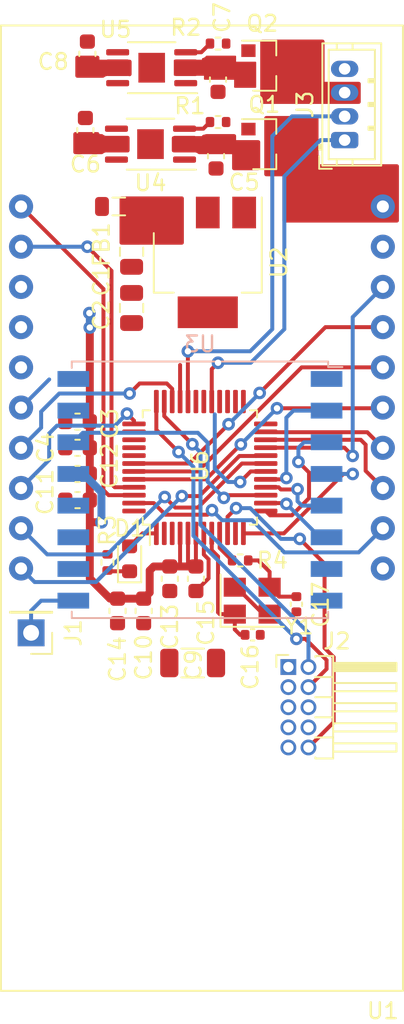
<source format=kicad_pcb>
(kicad_pcb (version 20171130) (host pcbnew "(5.1.9)-1")

  (general
    (thickness 1.6)
    (drawings 0)
    (tracks 249)
    (zones 0)
    (modules 35)
    (nets 69)
  )

  (page A4)
  (layers
    (0 F.Cu signal)
    (31 B.Cu signal)
    (32 B.Adhes user)
    (33 F.Adhes user)
    (34 B.Paste user hide)
    (35 F.Paste user)
    (36 B.SilkS user hide)
    (37 F.SilkS user)
    (38 B.Mask user hide)
    (39 F.Mask user)
    (40 Dwgs.User user)
    (41 Cmts.User user)
    (42 Eco1.User user)
    (43 Eco2.User user)
    (44 Edge.Cuts user)
    (45 Margin user)
    (46 B.CrtYd user hide)
    (47 F.CrtYd user)
    (48 B.Fab user hide)
    (49 F.Fab user hide)
  )

  (setup
    (last_trace_width 0.5)
    (user_trace_width 0.5)
    (trace_clearance 0.2)
    (zone_clearance 0.5)
    (zone_45_only no)
    (trace_min 0.2)
    (via_size 0.8)
    (via_drill 0.4)
    (via_min_size 0.4)
    (via_min_drill 0.3)
    (user_via 0.6 0.3)
    (uvia_size 0.3)
    (uvia_drill 0.1)
    (uvias_allowed no)
    (uvia_min_size 0.2)
    (uvia_min_drill 0.1)
    (edge_width 0.1)
    (segment_width 0.2)
    (pcb_text_width 0.3)
    (pcb_text_size 1.5 1.5)
    (mod_edge_width 0.15)
    (mod_text_size 1 1)
    (mod_text_width 0.15)
    (pad_size 1.524 1.524)
    (pad_drill 0.762)
    (pad_to_mask_clearance 0)
    (aux_axis_origin 0 0)
    (visible_elements FFFFFF7F)
    (pcbplotparams
      (layerselection 0x010fc_ffffffff)
      (usegerberextensions false)
      (usegerberattributes true)
      (usegerberadvancedattributes true)
      (creategerberjobfile true)
      (excludeedgelayer true)
      (linewidth 0.100000)
      (plotframeref false)
      (viasonmask false)
      (mode 1)
      (useauxorigin false)
      (hpglpennumber 1)
      (hpglpenspeed 20)
      (hpglpendiameter 15.000000)
      (psnegative false)
      (psa4output false)
      (plotreference true)
      (plotvalue true)
      (plotinvisibletext false)
      (padsonsilk false)
      (subtractmaskfromsilk false)
      (outputformat 1)
      (mirror false)
      (drillshape 1)
      (scaleselection 1)
      (outputdirectory ""))
  )

  (net 0 "")
  (net 1 /AMS1117-3.3/VIN)
  (net 2 GND)
  (net 3 +3V3)
  (net 4 "Net-(C5-Pad1)")
  (net 5 /power_protect/OUT)
  (net 6 "Net-(C7-Pad1)")
  (net 7 /STM32G030C8T6/HSE_IN)
  (net 8 "Net-(C17-Pad1)")
  (net 9 "Net-(D1-Pad1)")
  (net 10 "Net-(D1-Pad2)")
  (net 11 "Net-(J1-Pad1)")
  (net 12 /10pinARM/SWDIO)
  (net 13 /10pinARM/SWCLK)
  (net 14 /10pinARM/SWO)
  (net 15 "Net-(J2-Pad7)")
  (net 16 "Net-(J2-Pad8)")
  (net 17 /10pinARM/NRST)
  (net 18 DBG_TX)
  (net 19 DBG_RX)
  (net 20 USB-5V)
  (net 21 5V-IN)
  (net 22 /power_protect/EN)
  (net 23 /STM32G030C8T6/HSE_OUT)
  (net 24 DATA12)
  (net 25 DATA11)
  (net 26 DATA10)
  (net 27 DATA9)
  (net 28 DATA8)
  (net 29 DATA7)
  (net 30 DATA6)
  (net 31 DATA5)
  (net 32 DATA4)
  (net 33 DATA3)
  (net 34 DATA2)
  (net 35 DATA1)
  (net 36 OUTPUT_SCL)
  (net 37 OUTPUT_SDA)
  (net 38 SPI1_MISO)
  (net 39 SPI1_MOSI)
  (net 40 SPI1_SCK)
  (net 41 RFM_NSS)
  (net 42 RFM_RST)
  (net 43 "Net-(U3-Pad7)")
  (net 44 "Net-(U3-Pad11)")
  (net 45 "Net-(U3-Pad12)")
  (net 46 RFM_DIO0)
  (net 47 "Net-(U3-Pad15)")
  (net 48 "Net-(U3-Pad16)")
  (net 49 "Net-(U4-Pad5)")
  (net 50 "Net-(U4-Pad8)")
  (net 51 "Net-(U5-Pad8)")
  (net 52 "Net-(U5-Pad5)")
  (net 53 "Net-(U6-Pad2)")
  (net 54 "Net-(U6-Pad3)")
  (net 55 DATA14)
  (net 56 DATA13)
  (net 57 /STM32G030C8T6/PB12)
  (net 58 /STM32G030C8T6/PB13)
  (net 59 /STM32G030C8T6/PB14)
  (net 60 /STM32G030C8T6/PB15)
  (net 61 /STM32G030C8T6/PC6)
  (net 62 /STM32G030C8T6/PC7)
  (net 63 /STM32G030C8T6/PD0)
  (net 64 /STM32G030C8T6/PD1)
  (net 65 /STM32G030C8T6/PD2)
  (net 66 /STM32G030C8T6/PD3)
  (net 67 DATA15)
  (net 68 DATA16)

  (net_class Default "This is the default net class."
    (clearance 0.2)
    (trace_width 0.25)
    (via_dia 0.8)
    (via_drill 0.4)
    (uvia_dia 0.3)
    (uvia_drill 0.1)
    (add_net +3V3)
    (add_net /10pinARM/NRST)
    (add_net /10pinARM/SWCLK)
    (add_net /10pinARM/SWDIO)
    (add_net /10pinARM/SWO)
    (add_net /AMS1117-3.3/VIN)
    (add_net /STM32G030C8T6/HSE_IN)
    (add_net /STM32G030C8T6/HSE_OUT)
    (add_net /STM32G030C8T6/PB12)
    (add_net /STM32G030C8T6/PB13)
    (add_net /STM32G030C8T6/PB14)
    (add_net /STM32G030C8T6/PB15)
    (add_net /STM32G030C8T6/PC6)
    (add_net /STM32G030C8T6/PC7)
    (add_net /STM32G030C8T6/PD0)
    (add_net /STM32G030C8T6/PD1)
    (add_net /STM32G030C8T6/PD2)
    (add_net /STM32G030C8T6/PD3)
    (add_net /power_protect/EN)
    (add_net /power_protect/OUT)
    (add_net 5V-IN)
    (add_net DATA1)
    (add_net DATA10)
    (add_net DATA11)
    (add_net DATA12)
    (add_net DATA13)
    (add_net DATA14)
    (add_net DATA15)
    (add_net DATA16)
    (add_net DATA2)
    (add_net DATA3)
    (add_net DATA4)
    (add_net DATA5)
    (add_net DATA6)
    (add_net DATA7)
    (add_net DATA8)
    (add_net DATA9)
    (add_net DBG_RX)
    (add_net DBG_TX)
    (add_net GND)
    (add_net "Net-(C17-Pad1)")
    (add_net "Net-(C5-Pad1)")
    (add_net "Net-(C7-Pad1)")
    (add_net "Net-(D1-Pad1)")
    (add_net "Net-(D1-Pad2)")
    (add_net "Net-(J1-Pad1)")
    (add_net "Net-(J2-Pad7)")
    (add_net "Net-(J2-Pad8)")
    (add_net "Net-(U3-Pad11)")
    (add_net "Net-(U3-Pad12)")
    (add_net "Net-(U3-Pad15)")
    (add_net "Net-(U3-Pad16)")
    (add_net "Net-(U3-Pad7)")
    (add_net "Net-(U4-Pad5)")
    (add_net "Net-(U4-Pad8)")
    (add_net "Net-(U5-Pad5)")
    (add_net "Net-(U5-Pad8)")
    (add_net "Net-(U6-Pad2)")
    (add_net "Net-(U6-Pad3)")
    (add_net OUTPUT_SCL)
    (add_net OUTPUT_SDA)
    (add_net RFM_DIO0)
    (add_net RFM_NSS)
    (add_net RFM_RST)
    (add_net SPI1_MISO)
    (add_net SPI1_MOSI)
    (add_net SPI1_SCK)
    (add_net USB-5V)
  )

  (module RF_Module:HOPERF_RFM9XW_SMD (layer B.Cu) (tedit 5C227243) (tstamp 6117E378)
    (at 72.518 74.406 180)
    (descr "Low Power Long Range Transceiver Module SMD-16 (https://www.hoperf.com/data/upload/portal/20181127/5bfcbea20e9ef.pdf)")
    (tags "LoRa Low Power Long Range Transceiver Module")
    (path /6112EDA0/60128928)
    (attr smd)
    (fp_text reference U3 (at 0 9.2 180) (layer B.SilkS)
      (effects (font (size 1 1) (thickness 0.15)) (justify mirror))
    )
    (fp_text value RFM95W-868S2 (at 0 -9.5 180) (layer B.Fab)
      (effects (font (size 1 1) (thickness 0.15)) (justify mirror))
    )
    (fp_line (start -7 8) (end -8 7) (layer B.Fab) (width 0.1))
    (fp_line (start -8.1 7.75) (end -9 7.75) (layer B.SilkS) (width 0.12))
    (fp_line (start -8.1 8.1) (end -8.1 7.75) (layer B.SilkS) (width 0.12))
    (fp_line (start 8.1 -8.1) (end 8.1 -7.7) (layer B.SilkS) (width 0.12))
    (fp_line (start -8.1 -8.1) (end 8.1 -8.1) (layer B.SilkS) (width 0.12))
    (fp_line (start -8.1 -7.7) (end -8.1 -8.1) (layer B.SilkS) (width 0.12))
    (fp_line (start 8.1 8.1) (end 8.1 7.7) (layer B.SilkS) (width 0.12))
    (fp_line (start -8.1 8.1) (end 8.1 8.1) (layer B.SilkS) (width 0.12))
    (fp_line (start -9.25 -8.25) (end -9.25 8.25) (layer B.CrtYd) (width 0.05))
    (fp_line (start -9.25 -8.25) (end 9.25 -8.25) (layer B.CrtYd) (width 0.05))
    (fp_line (start 9.25 8.25) (end 9.25 -8.25) (layer B.CrtYd) (width 0.05))
    (fp_line (start -9.25 8.25) (end 9.25 8.25) (layer B.CrtYd) (width 0.05))
    (fp_line (start -8 -8) (end -8 7) (layer B.Fab) (width 0.1))
    (fp_line (start -8 -8) (end 8 -8) (layer B.Fab) (width 0.1))
    (fp_line (start 8 -8) (end 8 8) (layer B.Fab) (width 0.1))
    (fp_line (start -7 8) (end 8 8) (layer B.Fab) (width 0.1))
    (fp_text user %R (at 0 0 180) (layer B.Fab)
      (effects (font (size 1 1) (thickness 0.15)) (justify mirror))
    )
    (pad 1 smd rect (at -8 7 180) (size 2 1) (layers B.Cu B.Paste B.Mask)
      (net 2 GND))
    (pad 2 smd rect (at -8 5 180) (size 2 1) (layers B.Cu B.Paste B.Mask)
      (net 38 SPI1_MISO))
    (pad 3 smd rect (at -8 3 180) (size 2 1) (layers B.Cu B.Paste B.Mask)
      (net 39 SPI1_MOSI))
    (pad 4 smd rect (at -8 1 180) (size 2 1) (layers B.Cu B.Paste B.Mask)
      (net 40 SPI1_SCK))
    (pad 5 smd rect (at -8 -1 180) (size 2 1) (layers B.Cu B.Paste B.Mask)
      (net 41 RFM_NSS))
    (pad 6 smd rect (at -8 -3 180) (size 2 1) (layers B.Cu B.Paste B.Mask)
      (net 42 RFM_RST))
    (pad 7 smd rect (at -8 -5 180) (size 2 1) (layers B.Cu B.Paste B.Mask)
      (net 43 "Net-(U3-Pad7)"))
    (pad 8 smd rect (at -8 -7 180) (size 2 1) (layers B.Cu B.Paste B.Mask)
      (net 2 GND))
    (pad 9 smd rect (at 8 -7 180) (size 2 1) (layers B.Cu B.Paste B.Mask)
      (net 11 "Net-(J1-Pad1)"))
    (pad 10 smd rect (at 8 -5 180) (size 2 1) (layers B.Cu B.Paste B.Mask)
      (net 2 GND))
    (pad 11 smd rect (at 8 -3 180) (size 2 1) (layers B.Cu B.Paste B.Mask)
      (net 44 "Net-(U3-Pad11)"))
    (pad 12 smd rect (at 8 -1 180) (size 2 1) (layers B.Cu B.Paste B.Mask)
      (net 45 "Net-(U3-Pad12)"))
    (pad 13 smd rect (at 8 1 180) (size 2 1) (layers B.Cu B.Paste B.Mask)
      (net 3 +3V3))
    (pad 14 smd rect (at 8 3 180) (size 2 1) (layers B.Cu B.Paste B.Mask)
      (net 46 RFM_DIO0))
    (pad 15 smd rect (at 8 5 180) (size 2 1) (layers B.Cu B.Paste B.Mask)
      (net 47 "Net-(U3-Pad15)"))
    (pad 16 smd rect (at 8 7 180) (size 2 1) (layers B.Cu B.Paste B.Mask)
      (net 48 "Net-(U3-Pad16)"))
    (model ${KISYS3DMOD}/RF_Module.3dshapes/HOPERF_RFM9XW_SMD.wrl
      (at (xyz 0 0 0))
      (scale (xyz 1 1 1))
      (rotate (xyz 0 0 0))
    )
  )

  (module voja-footprints:lora-mod (layer F.Cu) (tedit 6117D191) (tstamp 6117EB26)
    (at 71.374 67.945)
    (path /61170943)
    (fp_text reference U1 (at 12.7 39.37) (layer F.SilkS)
      (effects (font (size 1 1) (thickness 0.15)))
    )
    (fp_text value lora-mod (at 0 -24.13) (layer F.Fab)
      (effects (font (size 1 1) (thickness 0.15)))
    )
    (fp_line (start 13.97 -22.86) (end 13.97 24.13) (layer F.SilkS) (width 0.12))
    (fp_line (start 13.97 26.67) (end 13.97 24.13) (layer F.SilkS) (width 0.12))
    (fp_line (start 13.97 -22.86) (end -11.43 -22.86) (layer F.SilkS) (width 0.12))
    (fp_line (start -11.43 -22.86) (end -11.43 27.94) (layer F.SilkS) (width 0.12))
    (fp_line (start 13.97 27.94) (end 13.97 26.67) (layer F.SilkS) (width 0.12))
    (fp_line (start -11.43 27.94) (end -11.43 38.1) (layer F.SilkS) (width 0.12))
    (fp_line (start -11.43 38.1) (end 13.97 38.1) (layer F.SilkS) (width 0.12))
    (fp_line (start 13.97 38.1) (end 13.97 27.94) (layer F.SilkS) (width 0.12))
    (pad 1 thru_hole circle (at -10.16 -11.43) (size 1.524 1.524) (drill 0.762) (layers *.Cu *.Mask)
      (net 37 OUTPUT_SDA))
    (pad 2 thru_hole circle (at -10.16 -8.89) (size 1.524 1.524) (drill 0.762) (layers *.Cu *.Mask)
      (net 36 OUTPUT_SCL))
    (pad 3 thru_hole circle (at -10.16 -6.35) (size 1.524 1.524) (drill 0.762) (layers *.Cu *.Mask)
      (net 35 DATA1))
    (pad 4 thru_hole circle (at -10.16 -3.81) (size 1.524 1.524) (drill 0.762) (layers *.Cu *.Mask)
      (net 34 DATA2))
    (pad 5 thru_hole circle (at -10.16 -1.27) (size 1.524 1.524) (drill 0.762) (layers *.Cu *.Mask)
      (net 33 DATA3))
    (pad 6 thru_hole circle (at -10.16 1.27) (size 1.524 1.524) (drill 0.762) (layers *.Cu *.Mask)
      (net 32 DATA4))
    (pad 7 thru_hole circle (at -10.16 3.81) (size 1.524 1.524) (drill 0.762) (layers *.Cu *.Mask)
      (net 31 DATA5))
    (pad 8 thru_hole circle (at -10.16 6.35) (size 1.524 1.524) (drill 0.762) (layers *.Cu *.Mask)
      (net 30 DATA6))
    (pad 9 thru_hole circle (at -10.16 8.89) (size 1.524 1.524) (drill 0.762) (layers *.Cu *.Mask)
      (net 29 DATA7))
    (pad 10 thru_hole circle (at -10.16 11.43) (size 1.524 1.524) (drill 0.762) (layers *.Cu *.Mask)
      (net 28 DATA8))
    (pad 11 thru_hole circle (at 12.7 -11.43) (size 1.524 1.524) (drill 0.762) (layers *.Cu *.Mask)
      (net 21 5V-IN))
    (pad 12 thru_hole circle (at 12.7 -8.89) (size 1.524 1.524) (drill 0.762) (layers *.Cu *.Mask)
      (net 2 GND))
    (pad 13 thru_hole circle (at 12.7 -6.35) (size 1.524 1.524) (drill 0.762) (layers *.Cu *.Mask)
      (net 27 DATA9))
    (pad 14 thru_hole circle (at 12.7 -3.81) (size 1.524 1.524) (drill 0.762) (layers *.Cu *.Mask)
      (net 26 DATA10))
    (pad 15 thru_hole circle (at 12.7 -1.27) (size 1.524 1.524) (drill 0.762) (layers *.Cu *.Mask)
      (net 25 DATA11))
    (pad 16 thru_hole circle (at 12.7 1.27) (size 1.524 1.524) (drill 0.762) (layers *.Cu *.Mask)
      (net 24 DATA12))
    (pad 17 thru_hole circle (at 12.7 3.81) (size 1.524 1.524) (drill 0.762) (layers *.Cu *.Mask)
      (net 56 DATA13))
    (pad 18 thru_hole circle (at 12.7 6.35) (size 1.524 1.524) (drill 0.762) (layers *.Cu *.Mask)
      (net 55 DATA14))
    (pad 19 thru_hole circle (at 12.7 8.89) (size 1.524 1.524) (drill 0.762) (layers *.Cu *.Mask)
      (net 67 DATA15))
    (pad 20 thru_hole circle (at 12.7 11.43) (size 1.524 1.524) (drill 0.762) (layers *.Cu *.Mask)
      (net 68 DATA16))
  )

  (module Capacitor_SMD:C_0805_2012Metric (layer F.Cu) (tedit 5F68FEEE) (tstamp 6117E0F2)
    (at 68.199 59.375 270)
    (descr "Capacitor SMD 0805 (2012 Metric), square (rectangular) end terminal, IPC_7351 nominal, (Body size source: IPC-SM-782 page 76, https://www.pcb-3d.com/wordpress/wp-content/uploads/ipc-sm-782a_amendment_1_and_2.pdf, https://docs.google.com/spreadsheets/d/1BsfQQcO9C6DZCsRaXUlFlo91Tg2WpOkGARC1WS5S8t0/edit?usp=sharing), generated with kicad-footprint-generator")
    (tags capacitor)
    (path /6115D0E4/6115FB0F)
    (attr smd)
    (fp_text reference C1 (at 1.839 1.905 90) (layer F.SilkS)
      (effects (font (size 1 1) (thickness 0.15)))
    )
    (fp_text value 10u (at 0 1.68 90) (layer F.Fab)
      (effects (font (size 1 1) (thickness 0.15)))
    )
    (fp_line (start 1.7 0.98) (end -1.7 0.98) (layer F.CrtYd) (width 0.05))
    (fp_line (start 1.7 -0.98) (end 1.7 0.98) (layer F.CrtYd) (width 0.05))
    (fp_line (start -1.7 -0.98) (end 1.7 -0.98) (layer F.CrtYd) (width 0.05))
    (fp_line (start -1.7 0.98) (end -1.7 -0.98) (layer F.CrtYd) (width 0.05))
    (fp_line (start -0.261252 0.735) (end 0.261252 0.735) (layer F.SilkS) (width 0.12))
    (fp_line (start -0.261252 -0.735) (end 0.261252 -0.735) (layer F.SilkS) (width 0.12))
    (fp_line (start 1 0.625) (end -1 0.625) (layer F.Fab) (width 0.1))
    (fp_line (start 1 -0.625) (end 1 0.625) (layer F.Fab) (width 0.1))
    (fp_line (start -1 -0.625) (end 1 -0.625) (layer F.Fab) (width 0.1))
    (fp_line (start -1 0.625) (end -1 -0.625) (layer F.Fab) (width 0.1))
    (fp_text user %R (at 0 0 90) (layer F.Fab)
      (effects (font (size 0.5 0.5) (thickness 0.08)))
    )
    (pad 1 smd roundrect (at -0.95 0 270) (size 1 1.45) (layers F.Cu F.Paste F.Mask) (roundrect_rratio 0.25)
      (net 1 /AMS1117-3.3/VIN))
    (pad 2 smd roundrect (at 0.95 0 270) (size 1 1.45) (layers F.Cu F.Paste F.Mask) (roundrect_rratio 0.25)
      (net 2 GND))
    (model ${KISYS3DMOD}/Capacitor_SMD.3dshapes/C_0805_2012Metric.wrl
      (at (xyz 0 0 0))
      (scale (xyz 1 1 1))
      (rotate (xyz 0 0 0))
    )
  )

  (module Capacitor_SMD:C_0805_2012Metric (layer F.Cu) (tedit 5F68FEEE) (tstamp 6117E103)
    (at 68.199 62.926 90)
    (descr "Capacitor SMD 0805 (2012 Metric), square (rectangular) end terminal, IPC_7351 nominal, (Body size source: IPC-SM-782 page 76, https://www.pcb-3d.com/wordpress/wp-content/uploads/ipc-sm-782a_amendment_1_and_2.pdf, https://docs.google.com/spreadsheets/d/1BsfQQcO9C6DZCsRaXUlFlo91Tg2WpOkGARC1WS5S8t0/edit?usp=sharing), generated with kicad-footprint-generator")
    (tags capacitor)
    (path /6115D0E4/6115FB08)
    (attr smd)
    (fp_text reference C2 (at -0.447 -1.905 90) (layer F.SilkS)
      (effects (font (size 1 1) (thickness 0.15)))
    )
    (fp_text value 10u (at 0 1.68 90) (layer F.Fab)
      (effects (font (size 1 1) (thickness 0.15)))
    )
    (fp_text user %R (at 0 0 90) (layer F.Fab)
      (effects (font (size 0.5 0.5) (thickness 0.08)))
    )
    (fp_line (start -1 0.625) (end -1 -0.625) (layer F.Fab) (width 0.1))
    (fp_line (start -1 -0.625) (end 1 -0.625) (layer F.Fab) (width 0.1))
    (fp_line (start 1 -0.625) (end 1 0.625) (layer F.Fab) (width 0.1))
    (fp_line (start 1 0.625) (end -1 0.625) (layer F.Fab) (width 0.1))
    (fp_line (start -0.261252 -0.735) (end 0.261252 -0.735) (layer F.SilkS) (width 0.12))
    (fp_line (start -0.261252 0.735) (end 0.261252 0.735) (layer F.SilkS) (width 0.12))
    (fp_line (start -1.7 0.98) (end -1.7 -0.98) (layer F.CrtYd) (width 0.05))
    (fp_line (start -1.7 -0.98) (end 1.7 -0.98) (layer F.CrtYd) (width 0.05))
    (fp_line (start 1.7 -0.98) (end 1.7 0.98) (layer F.CrtYd) (width 0.05))
    (fp_line (start 1.7 0.98) (end -1.7 0.98) (layer F.CrtYd) (width 0.05))
    (pad 2 smd roundrect (at 0.95 0 90) (size 1 1.45) (layers F.Cu F.Paste F.Mask) (roundrect_rratio 0.25)
      (net 2 GND))
    (pad 1 smd roundrect (at -0.95 0 90) (size 1 1.45) (layers F.Cu F.Paste F.Mask) (roundrect_rratio 0.25)
      (net 3 +3V3))
    (model ${KISYS3DMOD}/Capacitor_SMD.3dshapes/C_0805_2012Metric.wrl
      (at (xyz 0 0 0))
      (scale (xyz 1 1 1))
      (rotate (xyz 0 0 0))
    )
  )

  (module Capacitor_SMD:C_0603_1608Metric (layer F.Cu) (tedit 5F68FEEE) (tstamp 6117E114)
    (at 64.783 70.104 180)
    (descr "Capacitor SMD 0603 (1608 Metric), square (rectangular) end terminal, IPC_7351 nominal, (Body size source: IPC-SM-782 page 76, https://www.pcb-3d.com/wordpress/wp-content/uploads/ipc-sm-782a_amendment_1_and_2.pdf), generated with kicad-footprint-generator")
    (tags capacitor)
    (path /6112EDA0/611BC88F)
    (attr smd)
    (fp_text reference C3 (at -2.045 -0.127 90) (layer F.SilkS)
      (effects (font (size 1 1) (thickness 0.15)))
    )
    (fp_text value 100n (at 0 1.43) (layer F.Fab)
      (effects (font (size 1 1) (thickness 0.15)))
    )
    (fp_line (start 1.48 0.73) (end -1.48 0.73) (layer F.CrtYd) (width 0.05))
    (fp_line (start 1.48 -0.73) (end 1.48 0.73) (layer F.CrtYd) (width 0.05))
    (fp_line (start -1.48 -0.73) (end 1.48 -0.73) (layer F.CrtYd) (width 0.05))
    (fp_line (start -1.48 0.73) (end -1.48 -0.73) (layer F.CrtYd) (width 0.05))
    (fp_line (start -0.14058 0.51) (end 0.14058 0.51) (layer F.SilkS) (width 0.12))
    (fp_line (start -0.14058 -0.51) (end 0.14058 -0.51) (layer F.SilkS) (width 0.12))
    (fp_line (start 0.8 0.4) (end -0.8 0.4) (layer F.Fab) (width 0.1))
    (fp_line (start 0.8 -0.4) (end 0.8 0.4) (layer F.Fab) (width 0.1))
    (fp_line (start -0.8 -0.4) (end 0.8 -0.4) (layer F.Fab) (width 0.1))
    (fp_line (start -0.8 0.4) (end -0.8 -0.4) (layer F.Fab) (width 0.1))
    (fp_text user %R (at 0 0) (layer F.Fab)
      (effects (font (size 0.4 0.4) (thickness 0.06)))
    )
    (pad 1 smd roundrect (at -0.775 0 180) (size 0.9 0.95) (layers F.Cu F.Paste F.Mask) (roundrect_rratio 0.25)
      (net 3 +3V3))
    (pad 2 smd roundrect (at 0.775 0 180) (size 0.9 0.95) (layers F.Cu F.Paste F.Mask) (roundrect_rratio 0.25)
      (net 2 GND))
    (model ${KISYS3DMOD}/Capacitor_SMD.3dshapes/C_0603_1608Metric.wrl
      (at (xyz 0 0 0))
      (scale (xyz 1 1 1))
      (rotate (xyz 0 0 0))
    )
  )

  (module Capacitor_SMD:C_0603_1608Metric (layer F.Cu) (tedit 5F68FEEE) (tstamp 6117E125)
    (at 64.783 71.755 180)
    (descr "Capacitor SMD 0603 (1608 Metric), square (rectangular) end terminal, IPC_7351 nominal, (Body size source: IPC-SM-782 page 76, https://www.pcb-3d.com/wordpress/wp-content/uploads/ipc-sm-782a_amendment_1_and_2.pdf), generated with kicad-footprint-generator")
    (tags capacitor)
    (path /6112EDA0/611406BB)
    (attr smd)
    (fp_text reference C4 (at 2.019 0 90) (layer F.SilkS)
      (effects (font (size 1 1) (thickness 0.15)))
    )
    (fp_text value 100n (at 0 1.43) (layer F.Fab)
      (effects (font (size 1 1) (thickness 0.15)))
    )
    (fp_text user %R (at 0 0) (layer F.Fab)
      (effects (font (size 0.4 0.4) (thickness 0.06)))
    )
    (fp_line (start -0.8 0.4) (end -0.8 -0.4) (layer F.Fab) (width 0.1))
    (fp_line (start -0.8 -0.4) (end 0.8 -0.4) (layer F.Fab) (width 0.1))
    (fp_line (start 0.8 -0.4) (end 0.8 0.4) (layer F.Fab) (width 0.1))
    (fp_line (start 0.8 0.4) (end -0.8 0.4) (layer F.Fab) (width 0.1))
    (fp_line (start -0.14058 -0.51) (end 0.14058 -0.51) (layer F.SilkS) (width 0.12))
    (fp_line (start -0.14058 0.51) (end 0.14058 0.51) (layer F.SilkS) (width 0.12))
    (fp_line (start -1.48 0.73) (end -1.48 -0.73) (layer F.CrtYd) (width 0.05))
    (fp_line (start -1.48 -0.73) (end 1.48 -0.73) (layer F.CrtYd) (width 0.05))
    (fp_line (start 1.48 -0.73) (end 1.48 0.73) (layer F.CrtYd) (width 0.05))
    (fp_line (start 1.48 0.73) (end -1.48 0.73) (layer F.CrtYd) (width 0.05))
    (pad 2 smd roundrect (at 0.775 0 180) (size 0.9 0.95) (layers F.Cu F.Paste F.Mask) (roundrect_rratio 0.25)
      (net 2 GND))
    (pad 1 smd roundrect (at -0.775 0 180) (size 0.9 0.95) (layers F.Cu F.Paste F.Mask) (roundrect_rratio 0.25)
      (net 3 +3V3))
    (model ${KISYS3DMOD}/Capacitor_SMD.3dshapes/C_0603_1608Metric.wrl
      (at (xyz 0 0 0))
      (scale (xyz 1 1 1))
      (rotate (xyz 0 0 0))
    )
  )

  (module Capacitor_SMD:C_0603_1608Metric (layer F.Cu) (tedit 5F68FEEE) (tstamp 6117E136)
    (at 73.533 53.34 270)
    (descr "Capacitor SMD 0603 (1608 Metric), square (rectangular) end terminal, IPC_7351 nominal, (Body size source: IPC-SM-782 page 76, https://www.pcb-3d.com/wordpress/wp-content/uploads/ipc-sm-782a_amendment_1_and_2.pdf), generated with kicad-footprint-generator")
    (tags capacitor)
    (path /6117A90D/61181872)
    (attr smd)
    (fp_text reference C5 (at 1.651 -1.778 180) (layer F.SilkS)
      (effects (font (size 1 1) (thickness 0.15)))
    )
    (fp_text value 100n (at 0 1.43 90) (layer F.Fab)
      (effects (font (size 1 1) (thickness 0.15)))
    )
    (fp_text user %R (at 0 0 90) (layer F.Fab)
      (effects (font (size 0.4 0.4) (thickness 0.06)))
    )
    (fp_line (start -0.8 0.4) (end -0.8 -0.4) (layer F.Fab) (width 0.1))
    (fp_line (start -0.8 -0.4) (end 0.8 -0.4) (layer F.Fab) (width 0.1))
    (fp_line (start 0.8 -0.4) (end 0.8 0.4) (layer F.Fab) (width 0.1))
    (fp_line (start 0.8 0.4) (end -0.8 0.4) (layer F.Fab) (width 0.1))
    (fp_line (start -0.14058 -0.51) (end 0.14058 -0.51) (layer F.SilkS) (width 0.12))
    (fp_line (start -0.14058 0.51) (end 0.14058 0.51) (layer F.SilkS) (width 0.12))
    (fp_line (start -1.48 0.73) (end -1.48 -0.73) (layer F.CrtYd) (width 0.05))
    (fp_line (start -1.48 -0.73) (end 1.48 -0.73) (layer F.CrtYd) (width 0.05))
    (fp_line (start 1.48 -0.73) (end 1.48 0.73) (layer F.CrtYd) (width 0.05))
    (fp_line (start 1.48 0.73) (end -1.48 0.73) (layer F.CrtYd) (width 0.05))
    (pad 2 smd roundrect (at 0.775 0 270) (size 0.9 0.95) (layers F.Cu F.Paste F.Mask) (roundrect_rratio 0.25)
      (net 2 GND))
    (pad 1 smd roundrect (at -0.775 0 270) (size 0.9 0.95) (layers F.Cu F.Paste F.Mask) (roundrect_rratio 0.25)
      (net 4 "Net-(C5-Pad1)"))
    (model ${KISYS3DMOD}/Capacitor_SMD.3dshapes/C_0603_1608Metric.wrl
      (at (xyz 0 0 0))
      (scale (xyz 1 1 1))
      (rotate (xyz 0 0 0))
    )
  )

  (module Capacitor_SMD:C_0603_1608Metric (layer F.Cu) (tedit 5F68FEEE) (tstamp 6117E147)
    (at 65.278 51.702 90)
    (descr "Capacitor SMD 0603 (1608 Metric), square (rectangular) end terminal, IPC_7351 nominal, (Body size source: IPC-SM-782 page 76, https://www.pcb-3d.com/wordpress/wp-content/uploads/ipc-sm-782a_amendment_1_and_2.pdf), generated with kicad-footprint-generator")
    (tags capacitor)
    (path /6117A90D/61186B4B)
    (attr smd)
    (fp_text reference C6 (at -2.146 0 180) (layer F.SilkS)
      (effects (font (size 1 1) (thickness 0.15)))
    )
    (fp_text value 100n (at 0 1.43 90) (layer F.Fab)
      (effects (font (size 1 1) (thickness 0.15)))
    )
    (fp_line (start 1.48 0.73) (end -1.48 0.73) (layer F.CrtYd) (width 0.05))
    (fp_line (start 1.48 -0.73) (end 1.48 0.73) (layer F.CrtYd) (width 0.05))
    (fp_line (start -1.48 -0.73) (end 1.48 -0.73) (layer F.CrtYd) (width 0.05))
    (fp_line (start -1.48 0.73) (end -1.48 -0.73) (layer F.CrtYd) (width 0.05))
    (fp_line (start -0.14058 0.51) (end 0.14058 0.51) (layer F.SilkS) (width 0.12))
    (fp_line (start -0.14058 -0.51) (end 0.14058 -0.51) (layer F.SilkS) (width 0.12))
    (fp_line (start 0.8 0.4) (end -0.8 0.4) (layer F.Fab) (width 0.1))
    (fp_line (start 0.8 -0.4) (end 0.8 0.4) (layer F.Fab) (width 0.1))
    (fp_line (start -0.8 -0.4) (end 0.8 -0.4) (layer F.Fab) (width 0.1))
    (fp_line (start -0.8 0.4) (end -0.8 -0.4) (layer F.Fab) (width 0.1))
    (fp_text user %R (at 0 0 90) (layer F.Fab)
      (effects (font (size 0.4 0.4) (thickness 0.06)))
    )
    (pad 1 smd roundrect (at -0.775 0 90) (size 0.9 0.95) (layers F.Cu F.Paste F.Mask) (roundrect_rratio 0.25)
      (net 5 /power_protect/OUT))
    (pad 2 smd roundrect (at 0.775 0 90) (size 0.9 0.95) (layers F.Cu F.Paste F.Mask) (roundrect_rratio 0.25)
      (net 2 GND))
    (model ${KISYS3DMOD}/Capacitor_SMD.3dshapes/C_0603_1608Metric.wrl
      (at (xyz 0 0 0))
      (scale (xyz 1 1 1))
      (rotate (xyz 0 0 0))
    )
  )

  (module Capacitor_SMD:C_0603_1608Metric (layer F.Cu) (tedit 5F68FEEE) (tstamp 6117E158)
    (at 73.66 48.501 270)
    (descr "Capacitor SMD 0603 (1608 Metric), square (rectangular) end terminal, IPC_7351 nominal, (Body size source: IPC-SM-782 page 76, https://www.pcb-3d.com/wordpress/wp-content/uploads/ipc-sm-782a_amendment_1_and_2.pdf), generated with kicad-footprint-generator")
    (tags capacitor)
    (path /611A8D7A/61181872)
    (attr smd)
    (fp_text reference C7 (at -3.924 -0.254 90) (layer F.SilkS)
      (effects (font (size 1 1) (thickness 0.15)))
    )
    (fp_text value 100n (at 0 1.43 90) (layer F.Fab)
      (effects (font (size 1 1) (thickness 0.15)))
    )
    (fp_text user %R (at 0 0 90) (layer F.Fab)
      (effects (font (size 0.4 0.4) (thickness 0.06)))
    )
    (fp_line (start -0.8 0.4) (end -0.8 -0.4) (layer F.Fab) (width 0.1))
    (fp_line (start -0.8 -0.4) (end 0.8 -0.4) (layer F.Fab) (width 0.1))
    (fp_line (start 0.8 -0.4) (end 0.8 0.4) (layer F.Fab) (width 0.1))
    (fp_line (start 0.8 0.4) (end -0.8 0.4) (layer F.Fab) (width 0.1))
    (fp_line (start -0.14058 -0.51) (end 0.14058 -0.51) (layer F.SilkS) (width 0.12))
    (fp_line (start -0.14058 0.51) (end 0.14058 0.51) (layer F.SilkS) (width 0.12))
    (fp_line (start -1.48 0.73) (end -1.48 -0.73) (layer F.CrtYd) (width 0.05))
    (fp_line (start -1.48 -0.73) (end 1.48 -0.73) (layer F.CrtYd) (width 0.05))
    (fp_line (start 1.48 -0.73) (end 1.48 0.73) (layer F.CrtYd) (width 0.05))
    (fp_line (start 1.48 0.73) (end -1.48 0.73) (layer F.CrtYd) (width 0.05))
    (pad 2 smd roundrect (at 0.775 0 270) (size 0.9 0.95) (layers F.Cu F.Paste F.Mask) (roundrect_rratio 0.25)
      (net 2 GND))
    (pad 1 smd roundrect (at -0.775 0 270) (size 0.9 0.95) (layers F.Cu F.Paste F.Mask) (roundrect_rratio 0.25)
      (net 6 "Net-(C7-Pad1)"))
    (model ${KISYS3DMOD}/Capacitor_SMD.3dshapes/C_0603_1608Metric.wrl
      (at (xyz 0 0 0))
      (scale (xyz 1 1 1))
      (rotate (xyz 0 0 0))
    )
  )

  (module Capacitor_SMD:C_0603_1608Metric (layer F.Cu) (tedit 5F68FEEE) (tstamp 6117E169)
    (at 65.405 46.876 90)
    (descr "Capacitor SMD 0603 (1608 Metric), square (rectangular) end terminal, IPC_7351 nominal, (Body size source: IPC-SM-782 page 76, https://www.pcb-3d.com/wordpress/wp-content/uploads/ipc-sm-782a_amendment_1_and_2.pdf), generated with kicad-footprint-generator")
    (tags capacitor)
    (path /611A8D7A/61186B4B)
    (attr smd)
    (fp_text reference C8 (at -0.495 -2.159 180) (layer F.SilkS)
      (effects (font (size 1 1) (thickness 0.15)))
    )
    (fp_text value 100n (at 0 1.43 90) (layer F.Fab)
      (effects (font (size 1 1) (thickness 0.15)))
    )
    (fp_line (start 1.48 0.73) (end -1.48 0.73) (layer F.CrtYd) (width 0.05))
    (fp_line (start 1.48 -0.73) (end 1.48 0.73) (layer F.CrtYd) (width 0.05))
    (fp_line (start -1.48 -0.73) (end 1.48 -0.73) (layer F.CrtYd) (width 0.05))
    (fp_line (start -1.48 0.73) (end -1.48 -0.73) (layer F.CrtYd) (width 0.05))
    (fp_line (start -0.14058 0.51) (end 0.14058 0.51) (layer F.SilkS) (width 0.12))
    (fp_line (start -0.14058 -0.51) (end 0.14058 -0.51) (layer F.SilkS) (width 0.12))
    (fp_line (start 0.8 0.4) (end -0.8 0.4) (layer F.Fab) (width 0.1))
    (fp_line (start 0.8 -0.4) (end 0.8 0.4) (layer F.Fab) (width 0.1))
    (fp_line (start -0.8 -0.4) (end 0.8 -0.4) (layer F.Fab) (width 0.1))
    (fp_line (start -0.8 0.4) (end -0.8 -0.4) (layer F.Fab) (width 0.1))
    (fp_text user %R (at 0 0 90) (layer F.Fab)
      (effects (font (size 0.4 0.4) (thickness 0.06)))
    )
    (pad 1 smd roundrect (at -0.775 0 90) (size 0.9 0.95) (layers F.Cu F.Paste F.Mask) (roundrect_rratio 0.25)
      (net 5 /power_protect/OUT))
    (pad 2 smd roundrect (at 0.775 0 90) (size 0.9 0.95) (layers F.Cu F.Paste F.Mask) (roundrect_rratio 0.25)
      (net 2 GND))
    (model ${KISYS3DMOD}/Capacitor_SMD.3dshapes/C_0603_1608Metric.wrl
      (at (xyz 0 0 0))
      (scale (xyz 1 1 1))
      (rotate (xyz 0 0 0))
    )
  )

  (module Capacitor_SMD:C_1206_3216Metric (layer F.Cu) (tedit 5F68FEEE) (tstamp 6117E17A)
    (at 72.058 85.344 180)
    (descr "Capacitor SMD 1206 (3216 Metric), square (rectangular) end terminal, IPC_7351 nominal, (Body size source: IPC-SM-782 page 76, https://www.pcb-3d.com/wordpress/wp-content/uploads/ipc-sm-782a_amendment_1_and_2.pdf), generated with kicad-footprint-generator")
    (tags capacitor)
    (path /6116447D/61169E26)
    (attr smd)
    (fp_text reference C9 (at -0.049 -0.127 90) (layer F.SilkS)
      (effects (font (size 1 1) (thickness 0.15)))
    )
    (fp_text value 4u7 (at 0 1.85) (layer F.Fab)
      (effects (font (size 1 1) (thickness 0.15)))
    )
    (fp_line (start 2.3 1.15) (end -2.3 1.15) (layer F.CrtYd) (width 0.05))
    (fp_line (start 2.3 -1.15) (end 2.3 1.15) (layer F.CrtYd) (width 0.05))
    (fp_line (start -2.3 -1.15) (end 2.3 -1.15) (layer F.CrtYd) (width 0.05))
    (fp_line (start -2.3 1.15) (end -2.3 -1.15) (layer F.CrtYd) (width 0.05))
    (fp_line (start -0.711252 0.91) (end 0.711252 0.91) (layer F.SilkS) (width 0.12))
    (fp_line (start -0.711252 -0.91) (end 0.711252 -0.91) (layer F.SilkS) (width 0.12))
    (fp_line (start 1.6 0.8) (end -1.6 0.8) (layer F.Fab) (width 0.1))
    (fp_line (start 1.6 -0.8) (end 1.6 0.8) (layer F.Fab) (width 0.1))
    (fp_line (start -1.6 -0.8) (end 1.6 -0.8) (layer F.Fab) (width 0.1))
    (fp_line (start -1.6 0.8) (end -1.6 -0.8) (layer F.Fab) (width 0.1))
    (fp_text user %R (at 0 0) (layer F.Fab)
      (effects (font (size 0.8 0.8) (thickness 0.12)))
    )
    (pad 1 smd roundrect (at -1.475 0 180) (size 1.15 1.8) (layers F.Cu F.Paste F.Mask) (roundrect_rratio 0.217391)
      (net 3 +3V3))
    (pad 2 smd roundrect (at 1.475 0 180) (size 1.15 1.8) (layers F.Cu F.Paste F.Mask) (roundrect_rratio 0.217391)
      (net 2 GND))
    (model ${KISYS3DMOD}/Capacitor_SMD.3dshapes/C_1206_3216Metric.wrl
      (at (xyz 0 0 0))
      (scale (xyz 1 1 1))
      (rotate (xyz 0 0 0))
    )
  )

  (module Capacitor_SMD:C_0603_1608Metric (layer F.Cu) (tedit 5F68FEEE) (tstamp 6117E18B)
    (at 68.961 82.055 270)
    (descr "Capacitor SMD 0603 (1608 Metric), square (rectangular) end terminal, IPC_7351 nominal, (Body size source: IPC-SM-782 page 76, https://www.pcb-3d.com/wordpress/wp-content/uploads/ipc-sm-782a_amendment_1_and_2.pdf), generated with kicad-footprint-generator")
    (tags capacitor)
    (path /6116447D/61169E2D)
    (attr smd)
    (fp_text reference C10 (at 2.934 0 90) (layer F.SilkS)
      (effects (font (size 1 1) (thickness 0.15)))
    )
    (fp_text value 100n (at 0 1.43 90) (layer F.Fab)
      (effects (font (size 1 1) (thickness 0.15)))
    )
    (fp_text user %R (at 0 0 90) (layer F.Fab)
      (effects (font (size 0.4 0.4) (thickness 0.06)))
    )
    (fp_line (start -0.8 0.4) (end -0.8 -0.4) (layer F.Fab) (width 0.1))
    (fp_line (start -0.8 -0.4) (end 0.8 -0.4) (layer F.Fab) (width 0.1))
    (fp_line (start 0.8 -0.4) (end 0.8 0.4) (layer F.Fab) (width 0.1))
    (fp_line (start 0.8 0.4) (end -0.8 0.4) (layer F.Fab) (width 0.1))
    (fp_line (start -0.14058 -0.51) (end 0.14058 -0.51) (layer F.SilkS) (width 0.12))
    (fp_line (start -0.14058 0.51) (end 0.14058 0.51) (layer F.SilkS) (width 0.12))
    (fp_line (start -1.48 0.73) (end -1.48 -0.73) (layer F.CrtYd) (width 0.05))
    (fp_line (start -1.48 -0.73) (end 1.48 -0.73) (layer F.CrtYd) (width 0.05))
    (fp_line (start 1.48 -0.73) (end 1.48 0.73) (layer F.CrtYd) (width 0.05))
    (fp_line (start 1.48 0.73) (end -1.48 0.73) (layer F.CrtYd) (width 0.05))
    (pad 2 smd roundrect (at 0.775 0 270) (size 0.9 0.95) (layers F.Cu F.Paste F.Mask) (roundrect_rratio 0.25)
      (net 2 GND))
    (pad 1 smd roundrect (at -0.775 0 270) (size 0.9 0.95) (layers F.Cu F.Paste F.Mask) (roundrect_rratio 0.25)
      (net 3 +3V3))
    (model ${KISYS3DMOD}/Capacitor_SMD.3dshapes/C_0603_1608Metric.wrl
      (at (xyz 0 0 0))
      (scale (xyz 1 1 1))
      (rotate (xyz 0 0 0))
    )
  )

  (module Capacitor_SMD:C_0603_1608Metric (layer F.Cu) (tedit 5F68FEEE) (tstamp 6117E19C)
    (at 64.783 75.057 180)
    (descr "Capacitor SMD 0603 (1608 Metric), square (rectangular) end terminal, IPC_7351 nominal, (Body size source: IPC-SM-782 page 76, https://www.pcb-3d.com/wordpress/wp-content/uploads/ipc-sm-782a_amendment_1_and_2.pdf), generated with kicad-footprint-generator")
    (tags capacitor)
    (path /6116447D/61169E34)
    (attr smd)
    (fp_text reference C11 (at 2.045 0.508 90) (layer F.SilkS)
      (effects (font (size 1 1) (thickness 0.15)))
    )
    (fp_text value 100n (at 0 1.43) (layer F.Fab)
      (effects (font (size 1 1) (thickness 0.15)))
    )
    (fp_text user %R (at 0 0) (layer F.Fab)
      (effects (font (size 0.4 0.4) (thickness 0.06)))
    )
    (fp_line (start -0.8 0.4) (end -0.8 -0.4) (layer F.Fab) (width 0.1))
    (fp_line (start -0.8 -0.4) (end 0.8 -0.4) (layer F.Fab) (width 0.1))
    (fp_line (start 0.8 -0.4) (end 0.8 0.4) (layer F.Fab) (width 0.1))
    (fp_line (start 0.8 0.4) (end -0.8 0.4) (layer F.Fab) (width 0.1))
    (fp_line (start -0.14058 -0.51) (end 0.14058 -0.51) (layer F.SilkS) (width 0.12))
    (fp_line (start -0.14058 0.51) (end 0.14058 0.51) (layer F.SilkS) (width 0.12))
    (fp_line (start -1.48 0.73) (end -1.48 -0.73) (layer F.CrtYd) (width 0.05))
    (fp_line (start -1.48 -0.73) (end 1.48 -0.73) (layer F.CrtYd) (width 0.05))
    (fp_line (start 1.48 -0.73) (end 1.48 0.73) (layer F.CrtYd) (width 0.05))
    (fp_line (start 1.48 0.73) (end -1.48 0.73) (layer F.CrtYd) (width 0.05))
    (pad 2 smd roundrect (at 0.775 0 180) (size 0.9 0.95) (layers F.Cu F.Paste F.Mask) (roundrect_rratio 0.25)
      (net 2 GND))
    (pad 1 smd roundrect (at -0.775 0 180) (size 0.9 0.95) (layers F.Cu F.Paste F.Mask) (roundrect_rratio 0.25)
      (net 3 +3V3))
    (model ${KISYS3DMOD}/Capacitor_SMD.3dshapes/C_0603_1608Metric.wrl
      (at (xyz 0 0 0))
      (scale (xyz 1 1 1))
      (rotate (xyz 0 0 0))
    )
  )

  (module Capacitor_SMD:C_0603_1608Metric (layer F.Cu) (tedit 5F68FEEE) (tstamp 6117E1AD)
    (at 64.783 73.406 180)
    (descr "Capacitor SMD 0603 (1608 Metric), square (rectangular) end terminal, IPC_7351 nominal, (Body size source: IPC-SM-782 page 76, https://www.pcb-3d.com/wordpress/wp-content/uploads/ipc-sm-782a_amendment_1_and_2.pdf), generated with kicad-footprint-generator")
    (tags capacitor)
    (path /6116447D/61169E3B)
    (attr smd)
    (fp_text reference C12 (at -2.019 0.508 90) (layer F.SilkS)
      (effects (font (size 1 1) (thickness 0.15)))
    )
    (fp_text value 100n (at 0 1.43) (layer F.Fab)
      (effects (font (size 1 1) (thickness 0.15)))
    )
    (fp_line (start 1.48 0.73) (end -1.48 0.73) (layer F.CrtYd) (width 0.05))
    (fp_line (start 1.48 -0.73) (end 1.48 0.73) (layer F.CrtYd) (width 0.05))
    (fp_line (start -1.48 -0.73) (end 1.48 -0.73) (layer F.CrtYd) (width 0.05))
    (fp_line (start -1.48 0.73) (end -1.48 -0.73) (layer F.CrtYd) (width 0.05))
    (fp_line (start -0.14058 0.51) (end 0.14058 0.51) (layer F.SilkS) (width 0.12))
    (fp_line (start -0.14058 -0.51) (end 0.14058 -0.51) (layer F.SilkS) (width 0.12))
    (fp_line (start 0.8 0.4) (end -0.8 0.4) (layer F.Fab) (width 0.1))
    (fp_line (start 0.8 -0.4) (end 0.8 0.4) (layer F.Fab) (width 0.1))
    (fp_line (start -0.8 -0.4) (end 0.8 -0.4) (layer F.Fab) (width 0.1))
    (fp_line (start -0.8 0.4) (end -0.8 -0.4) (layer F.Fab) (width 0.1))
    (fp_text user %R (at 0 0) (layer F.Fab)
      (effects (font (size 0.4 0.4) (thickness 0.06)))
    )
    (pad 1 smd roundrect (at -0.775 0 180) (size 0.9 0.95) (layers F.Cu F.Paste F.Mask) (roundrect_rratio 0.25)
      (net 3 +3V3))
    (pad 2 smd roundrect (at 0.775 0 180) (size 0.9 0.95) (layers F.Cu F.Paste F.Mask) (roundrect_rratio 0.25)
      (net 2 GND))
    (model ${KISYS3DMOD}/Capacitor_SMD.3dshapes/C_0603_1608Metric.wrl
      (at (xyz 0 0 0))
      (scale (xyz 1 1 1))
      (rotate (xyz 0 0 0))
    )
  )

  (module Capacitor_SMD:C_0603_1608Metric (layer F.Cu) (tedit 5F68FEEE) (tstamp 6117E1BE)
    (at 70.612 80.023 270)
    (descr "Capacitor SMD 0603 (1608 Metric), square (rectangular) end terminal, IPC_7351 nominal, (Body size source: IPC-SM-782 page 76, https://www.pcb-3d.com/wordpress/wp-content/uploads/ipc-sm-782a_amendment_1_and_2.pdf), generated with kicad-footprint-generator")
    (tags capacitor)
    (path /6116447D/61175BE9)
    (attr smd)
    (fp_text reference C13 (at 3.035 0 90) (layer F.SilkS)
      (effects (font (size 1 1) (thickness 0.15)))
    )
    (fp_text value 100n (at 0 1.43 90) (layer F.Fab)
      (effects (font (size 1 1) (thickness 0.15)))
    )
    (fp_line (start 1.48 0.73) (end -1.48 0.73) (layer F.CrtYd) (width 0.05))
    (fp_line (start 1.48 -0.73) (end 1.48 0.73) (layer F.CrtYd) (width 0.05))
    (fp_line (start -1.48 -0.73) (end 1.48 -0.73) (layer F.CrtYd) (width 0.05))
    (fp_line (start -1.48 0.73) (end -1.48 -0.73) (layer F.CrtYd) (width 0.05))
    (fp_line (start -0.14058 0.51) (end 0.14058 0.51) (layer F.SilkS) (width 0.12))
    (fp_line (start -0.14058 -0.51) (end 0.14058 -0.51) (layer F.SilkS) (width 0.12))
    (fp_line (start 0.8 0.4) (end -0.8 0.4) (layer F.Fab) (width 0.1))
    (fp_line (start 0.8 -0.4) (end 0.8 0.4) (layer F.Fab) (width 0.1))
    (fp_line (start -0.8 -0.4) (end 0.8 -0.4) (layer F.Fab) (width 0.1))
    (fp_line (start -0.8 0.4) (end -0.8 -0.4) (layer F.Fab) (width 0.1))
    (fp_text user %R (at 0 0 90) (layer F.Fab)
      (effects (font (size 0.4 0.4) (thickness 0.06)))
    )
    (pad 1 smd roundrect (at -0.775 0 270) (size 0.9 0.95) (layers F.Cu F.Paste F.Mask) (roundrect_rratio 0.25)
      (net 3 +3V3))
    (pad 2 smd roundrect (at 0.775 0 270) (size 0.9 0.95) (layers F.Cu F.Paste F.Mask) (roundrect_rratio 0.25)
      (net 2 GND))
    (model ${KISYS3DMOD}/Capacitor_SMD.3dshapes/C_0603_1608Metric.wrl
      (at (xyz 0 0 0))
      (scale (xyz 1 1 1))
      (rotate (xyz 0 0 0))
    )
  )

  (module Capacitor_SMD:C_0603_1608Metric (layer F.Cu) (tedit 5F68FEEE) (tstamp 6117E1CF)
    (at 67.31 82.055 270)
    (descr "Capacitor SMD 0603 (1608 Metric), square (rectangular) end terminal, IPC_7351 nominal, (Body size source: IPC-SM-782 page 76, https://www.pcb-3d.com/wordpress/wp-content/uploads/ipc-sm-782a_amendment_1_and_2.pdf), generated with kicad-footprint-generator")
    (tags capacitor)
    (path /6116447D/611762EE)
    (attr smd)
    (fp_text reference C14 (at 3.048 0 90) (layer F.SilkS)
      (effects (font (size 1 1) (thickness 0.15)))
    )
    (fp_text value 100n (at 0 1.43 90) (layer F.Fab)
      (effects (font (size 1 1) (thickness 0.15)))
    )
    (fp_text user %R (at 0 0 90) (layer F.Fab)
      (effects (font (size 0.4 0.4) (thickness 0.06)))
    )
    (fp_line (start -0.8 0.4) (end -0.8 -0.4) (layer F.Fab) (width 0.1))
    (fp_line (start -0.8 -0.4) (end 0.8 -0.4) (layer F.Fab) (width 0.1))
    (fp_line (start 0.8 -0.4) (end 0.8 0.4) (layer F.Fab) (width 0.1))
    (fp_line (start 0.8 0.4) (end -0.8 0.4) (layer F.Fab) (width 0.1))
    (fp_line (start -0.14058 -0.51) (end 0.14058 -0.51) (layer F.SilkS) (width 0.12))
    (fp_line (start -0.14058 0.51) (end 0.14058 0.51) (layer F.SilkS) (width 0.12))
    (fp_line (start -1.48 0.73) (end -1.48 -0.73) (layer F.CrtYd) (width 0.05))
    (fp_line (start -1.48 -0.73) (end 1.48 -0.73) (layer F.CrtYd) (width 0.05))
    (fp_line (start 1.48 -0.73) (end 1.48 0.73) (layer F.CrtYd) (width 0.05))
    (fp_line (start 1.48 0.73) (end -1.48 0.73) (layer F.CrtYd) (width 0.05))
    (pad 2 smd roundrect (at 0.775 0 270) (size 0.9 0.95) (layers F.Cu F.Paste F.Mask) (roundrect_rratio 0.25)
      (net 2 GND))
    (pad 1 smd roundrect (at -0.775 0 270) (size 0.9 0.95) (layers F.Cu F.Paste F.Mask) (roundrect_rratio 0.25)
      (net 3 +3V3))
    (model ${KISYS3DMOD}/Capacitor_SMD.3dshapes/C_0603_1608Metric.wrl
      (at (xyz 0 0 0))
      (scale (xyz 1 1 1))
      (rotate (xyz 0 0 0))
    )
  )

  (module Capacitor_SMD:C_0603_1608Metric (layer F.Cu) (tedit 5F68FEEE) (tstamp 6117E1E0)
    (at 72.263 80.023 270)
    (descr "Capacitor SMD 0603 (1608 Metric), square (rectangular) end terminal, IPC_7351 nominal, (Body size source: IPC-SM-782 page 76, https://www.pcb-3d.com/wordpress/wp-content/uploads/ipc-sm-782a_amendment_1_and_2.pdf), generated with kicad-footprint-generator")
    (tags capacitor)
    (path /6116447D/61176759)
    (attr smd)
    (fp_text reference C15 (at 2.781 -0.635 270) (layer F.SilkS)
      (effects (font (size 1 1) (thickness 0.15)))
    )
    (fp_text value 100n (at 0 1.43 90) (layer F.Fab)
      (effects (font (size 1 1) (thickness 0.15)))
    )
    (fp_line (start 1.48 0.73) (end -1.48 0.73) (layer F.CrtYd) (width 0.05))
    (fp_line (start 1.48 -0.73) (end 1.48 0.73) (layer F.CrtYd) (width 0.05))
    (fp_line (start -1.48 -0.73) (end 1.48 -0.73) (layer F.CrtYd) (width 0.05))
    (fp_line (start -1.48 0.73) (end -1.48 -0.73) (layer F.CrtYd) (width 0.05))
    (fp_line (start -0.14058 0.51) (end 0.14058 0.51) (layer F.SilkS) (width 0.12))
    (fp_line (start -0.14058 -0.51) (end 0.14058 -0.51) (layer F.SilkS) (width 0.12))
    (fp_line (start 0.8 0.4) (end -0.8 0.4) (layer F.Fab) (width 0.1))
    (fp_line (start 0.8 -0.4) (end 0.8 0.4) (layer F.Fab) (width 0.1))
    (fp_line (start -0.8 -0.4) (end 0.8 -0.4) (layer F.Fab) (width 0.1))
    (fp_line (start -0.8 0.4) (end -0.8 -0.4) (layer F.Fab) (width 0.1))
    (fp_text user %R (at 0 0 90) (layer F.Fab)
      (effects (font (size 0.4 0.4) (thickness 0.06)))
    )
    (pad 1 smd roundrect (at -0.775 0 270) (size 0.9 0.95) (layers F.Cu F.Paste F.Mask) (roundrect_rratio 0.25)
      (net 3 +3V3))
    (pad 2 smd roundrect (at 0.775 0 270) (size 0.9 0.95) (layers F.Cu F.Paste F.Mask) (roundrect_rratio 0.25)
      (net 2 GND))
    (model ${KISYS3DMOD}/Capacitor_SMD.3dshapes/C_0603_1608Metric.wrl
      (at (xyz 0 0 0))
      (scale (xyz 1 1 1))
      (rotate (xyz 0 0 0))
    )
  )

  (module Capacitor_SMD:C_0402_1005Metric (layer F.Cu) (tedit 5F68FEEE) (tstamp 6117E1F1)
    (at 75.847 83.566)
    (descr "Capacitor SMD 0402 (1005 Metric), square (rectangular) end terminal, IPC_7351 nominal, (Body size source: IPC-SM-782 page 76, https://www.pcb-3d.com/wordpress/wp-content/uploads/ipc-sm-782a_amendment_1_and_2.pdf), generated with kicad-footprint-generator")
    (tags capacitor)
    (path /6116447D/61169E0A)
    (attr smd)
    (fp_text reference C16 (at -0.155 2.032 90) (layer F.SilkS)
      (effects (font (size 1 1) (thickness 0.15)))
    )
    (fp_text value 12p (at 0 1.16) (layer F.Fab)
      (effects (font (size 1 1) (thickness 0.15)))
    )
    (fp_line (start 0.91 0.46) (end -0.91 0.46) (layer F.CrtYd) (width 0.05))
    (fp_line (start 0.91 -0.46) (end 0.91 0.46) (layer F.CrtYd) (width 0.05))
    (fp_line (start -0.91 -0.46) (end 0.91 -0.46) (layer F.CrtYd) (width 0.05))
    (fp_line (start -0.91 0.46) (end -0.91 -0.46) (layer F.CrtYd) (width 0.05))
    (fp_line (start -0.107836 0.36) (end 0.107836 0.36) (layer F.SilkS) (width 0.12))
    (fp_line (start -0.107836 -0.36) (end 0.107836 -0.36) (layer F.SilkS) (width 0.12))
    (fp_line (start 0.5 0.25) (end -0.5 0.25) (layer F.Fab) (width 0.1))
    (fp_line (start 0.5 -0.25) (end 0.5 0.25) (layer F.Fab) (width 0.1))
    (fp_line (start -0.5 -0.25) (end 0.5 -0.25) (layer F.Fab) (width 0.1))
    (fp_line (start -0.5 0.25) (end -0.5 -0.25) (layer F.Fab) (width 0.1))
    (fp_text user %R (at 0 0) (layer F.Fab)
      (effects (font (size 0.25 0.25) (thickness 0.04)))
    )
    (pad 1 smd roundrect (at -0.48 0) (size 0.56 0.62) (layers F.Cu F.Paste F.Mask) (roundrect_rratio 0.25)
      (net 7 /STM32G030C8T6/HSE_IN))
    (pad 2 smd roundrect (at 0.48 0) (size 0.56 0.62) (layers F.Cu F.Paste F.Mask) (roundrect_rratio 0.25)
      (net 2 GND))
    (model ${KISYS3DMOD}/Capacitor_SMD.3dshapes/C_0402_1005Metric.wrl
      (at (xyz 0 0 0))
      (scale (xyz 1 1 1))
      (rotate (xyz 0 0 0))
    )
  )

  (module Capacitor_SMD:C_0402_1005Metric (layer F.Cu) (tedit 5F68FEEE) (tstamp 6117E202)
    (at 78.613 81.633 270)
    (descr "Capacitor SMD 0402 (1005 Metric), square (rectangular) end terminal, IPC_7351 nominal, (Body size source: IPC-SM-782 page 76, https://www.pcb-3d.com/wordpress/wp-content/uploads/ipc-sm-782a_amendment_1_and_2.pdf), generated with kicad-footprint-generator")
    (tags capacitor)
    (path /6116447D/61169E03)
    (attr smd)
    (fp_text reference C17 (at 0.028 -1.524 90) (layer F.SilkS)
      (effects (font (size 1 1) (thickness 0.15)))
    )
    (fp_text value 12p (at 0 1.16 90) (layer F.Fab)
      (effects (font (size 1 1) (thickness 0.15)))
    )
    (fp_text user %R (at 0 0 90) (layer F.Fab)
      (effects (font (size 0.25 0.25) (thickness 0.04)))
    )
    (fp_line (start -0.5 0.25) (end -0.5 -0.25) (layer F.Fab) (width 0.1))
    (fp_line (start -0.5 -0.25) (end 0.5 -0.25) (layer F.Fab) (width 0.1))
    (fp_line (start 0.5 -0.25) (end 0.5 0.25) (layer F.Fab) (width 0.1))
    (fp_line (start 0.5 0.25) (end -0.5 0.25) (layer F.Fab) (width 0.1))
    (fp_line (start -0.107836 -0.36) (end 0.107836 -0.36) (layer F.SilkS) (width 0.12))
    (fp_line (start -0.107836 0.36) (end 0.107836 0.36) (layer F.SilkS) (width 0.12))
    (fp_line (start -0.91 0.46) (end -0.91 -0.46) (layer F.CrtYd) (width 0.05))
    (fp_line (start -0.91 -0.46) (end 0.91 -0.46) (layer F.CrtYd) (width 0.05))
    (fp_line (start 0.91 -0.46) (end 0.91 0.46) (layer F.CrtYd) (width 0.05))
    (fp_line (start 0.91 0.46) (end -0.91 0.46) (layer F.CrtYd) (width 0.05))
    (pad 2 smd roundrect (at 0.48 0 270) (size 0.56 0.62) (layers F.Cu F.Paste F.Mask) (roundrect_rratio 0.25)
      (net 2 GND))
    (pad 1 smd roundrect (at -0.48 0 270) (size 0.56 0.62) (layers F.Cu F.Paste F.Mask) (roundrect_rratio 0.25)
      (net 8 "Net-(C17-Pad1)"))
    (model ${KISYS3DMOD}/Capacitor_SMD.3dshapes/C_0402_1005Metric.wrl
      (at (xyz 0 0 0))
      (scale (xyz 1 1 1))
      (rotate (xyz 0 0 0))
    )
  )

  (module LED_SMD:LED_0603_1608Metric (layer F.Cu) (tedit 5F68FEF1) (tstamp 6117E215)
    (at 68.072 78.7655 90)
    (descr "LED SMD 0603 (1608 Metric), square (rectangular) end terminal, IPC_7351 nominal, (Body size source: http://www.tortai-tech.com/upload/download/2011102023233369053.pdf), generated with kicad-footprint-generator")
    (tags LED)
    (path /6116447D/61169E18)
    (attr smd)
    (fp_text reference D1 (at 1.9305 0 180) (layer F.SilkS)
      (effects (font (size 1 1) (thickness 0.15)))
    )
    (fp_text value LED (at 0 1.43 90) (layer F.Fab)
      (effects (font (size 1 1) (thickness 0.15)))
    )
    (fp_line (start 1.48 0.73) (end -1.48 0.73) (layer F.CrtYd) (width 0.05))
    (fp_line (start 1.48 -0.73) (end 1.48 0.73) (layer F.CrtYd) (width 0.05))
    (fp_line (start -1.48 -0.73) (end 1.48 -0.73) (layer F.CrtYd) (width 0.05))
    (fp_line (start -1.48 0.73) (end -1.48 -0.73) (layer F.CrtYd) (width 0.05))
    (fp_line (start -1.485 0.735) (end 0.8 0.735) (layer F.SilkS) (width 0.12))
    (fp_line (start -1.485 -0.735) (end -1.485 0.735) (layer F.SilkS) (width 0.12))
    (fp_line (start 0.8 -0.735) (end -1.485 -0.735) (layer F.SilkS) (width 0.12))
    (fp_line (start 0.8 0.4) (end 0.8 -0.4) (layer F.Fab) (width 0.1))
    (fp_line (start -0.8 0.4) (end 0.8 0.4) (layer F.Fab) (width 0.1))
    (fp_line (start -0.8 -0.1) (end -0.8 0.4) (layer F.Fab) (width 0.1))
    (fp_line (start -0.5 -0.4) (end -0.8 -0.1) (layer F.Fab) (width 0.1))
    (fp_line (start 0.8 -0.4) (end -0.5 -0.4) (layer F.Fab) (width 0.1))
    (fp_text user %R (at 0 0 90) (layer F.Fab)
      (effects (font (size 0.4 0.4) (thickness 0.06)))
    )
    (pad 1 smd roundrect (at -0.7875 0 90) (size 0.875 0.95) (layers F.Cu F.Paste F.Mask) (roundrect_rratio 0.25)
      (net 9 "Net-(D1-Pad1)"))
    (pad 2 smd roundrect (at 0.7875 0 90) (size 0.875 0.95) (layers F.Cu F.Paste F.Mask) (roundrect_rratio 0.25)
      (net 10 "Net-(D1-Pad2)"))
    (model ${KISYS3DMOD}/LED_SMD.3dshapes/LED_0603_1608Metric.wrl
      (at (xyz 0 0 0))
      (scale (xyz 1 1 1))
      (rotate (xyz 0 0 0))
    )
  )

  (module Inductor_SMD:L_0805_2012Metric (layer F.Cu) (tedit 5F68FEF0) (tstamp 6117E226)
    (at 67.3905 56.515 180)
    (descr "Inductor SMD 0805 (2012 Metric), square (rectangular) end terminal, IPC_7351 nominal, (Body size source: IPC-SM-782 page 80, https://www.pcb-3d.com/wordpress/wp-content/uploads/ipc-sm-782a_amendment_1_and_2.pdf), generated with kicad-footprint-generator")
    (tags inductor)
    (path /6115E9C4)
    (attr smd)
    (fp_text reference FB1 (at 1.0965 -2.413 90) (layer F.SilkS)
      (effects (font (size 1 1) (thickness 0.15)))
    )
    (fp_text value GZ2012D101TF (at 0 1.55) (layer F.Fab)
      (effects (font (size 1 1) (thickness 0.15)))
    )
    (fp_line (start 1.75 0.85) (end -1.75 0.85) (layer F.CrtYd) (width 0.05))
    (fp_line (start 1.75 -0.85) (end 1.75 0.85) (layer F.CrtYd) (width 0.05))
    (fp_line (start -1.75 -0.85) (end 1.75 -0.85) (layer F.CrtYd) (width 0.05))
    (fp_line (start -1.75 0.85) (end -1.75 -0.85) (layer F.CrtYd) (width 0.05))
    (fp_line (start -0.399622 0.56) (end 0.399622 0.56) (layer F.SilkS) (width 0.12))
    (fp_line (start -0.399622 -0.56) (end 0.399622 -0.56) (layer F.SilkS) (width 0.12))
    (fp_line (start 1 0.45) (end -1 0.45) (layer F.Fab) (width 0.1))
    (fp_line (start 1 -0.45) (end 1 0.45) (layer F.Fab) (width 0.1))
    (fp_line (start -1 -0.45) (end 1 -0.45) (layer F.Fab) (width 0.1))
    (fp_line (start -1 0.45) (end -1 -0.45) (layer F.Fab) (width 0.1))
    (fp_text user %R (at 0 0) (layer F.Fab)
      (effects (font (size 0.5 0.5) (thickness 0.08)))
    )
    (pad 1 smd roundrect (at -1.0625 0 180) (size 0.875 1.2) (layers F.Cu F.Paste F.Mask) (roundrect_rratio 0.25)
      (net 1 /AMS1117-3.3/VIN))
    (pad 2 smd roundrect (at 1.0625 0 180) (size 0.875 1.2) (layers F.Cu F.Paste F.Mask) (roundrect_rratio 0.25)
      (net 5 /power_protect/OUT))
    (model ${KISYS3DMOD}/Inductor_SMD.3dshapes/L_0805_2012Metric.wrl
      (at (xyz 0 0 0))
      (scale (xyz 1 1 1))
      (rotate (xyz 0 0 0))
    )
  )

  (module Connector_PinHeader_2.54mm:PinHeader_1x01_P2.54mm_Vertical (layer F.Cu) (tedit 59FED5CC) (tstamp 6117E23B)
    (at 61.849 83.439 180)
    (descr "Through hole straight pin header, 1x01, 2.54mm pitch, single row")
    (tags "Through hole pin header THT 1x01 2.54mm single row")
    (path /6112EDA0/602449E3)
    (fp_text reference J1 (at -2.667 0 90) (layer F.SilkS)
      (effects (font (size 1 1) (thickness 0.15)))
    )
    (fp_text value ANT (at 0 2.33) (layer F.Fab)
      (effects (font (size 1 1) (thickness 0.15)))
    )
    (fp_line (start 1.8 -1.8) (end -1.8 -1.8) (layer F.CrtYd) (width 0.05))
    (fp_line (start 1.8 1.8) (end 1.8 -1.8) (layer F.CrtYd) (width 0.05))
    (fp_line (start -1.8 1.8) (end 1.8 1.8) (layer F.CrtYd) (width 0.05))
    (fp_line (start -1.8 -1.8) (end -1.8 1.8) (layer F.CrtYd) (width 0.05))
    (fp_line (start -1.33 -1.33) (end 0 -1.33) (layer F.SilkS) (width 0.12))
    (fp_line (start -1.33 0) (end -1.33 -1.33) (layer F.SilkS) (width 0.12))
    (fp_line (start -1.33 1.27) (end 1.33 1.27) (layer F.SilkS) (width 0.12))
    (fp_line (start 1.33 1.27) (end 1.33 1.33) (layer F.SilkS) (width 0.12))
    (fp_line (start -1.33 1.27) (end -1.33 1.33) (layer F.SilkS) (width 0.12))
    (fp_line (start -1.33 1.33) (end 1.33 1.33) (layer F.SilkS) (width 0.12))
    (fp_line (start -1.27 -0.635) (end -0.635 -1.27) (layer F.Fab) (width 0.1))
    (fp_line (start -1.27 1.27) (end -1.27 -0.635) (layer F.Fab) (width 0.1))
    (fp_line (start 1.27 1.27) (end -1.27 1.27) (layer F.Fab) (width 0.1))
    (fp_line (start 1.27 -1.27) (end 1.27 1.27) (layer F.Fab) (width 0.1))
    (fp_line (start -0.635 -1.27) (end 1.27 -1.27) (layer F.Fab) (width 0.1))
    (fp_text user %R (at 0.087999 -0.947001 90) (layer F.Fab)
      (effects (font (size 1 1) (thickness 0.15)))
    )
    (pad 1 thru_hole rect (at 0 0 180) (size 1.7 1.7) (drill 1) (layers *.Cu *.Mask)
      (net 11 "Net-(J1-Pad1)"))
    (model ${KISYS3DMOD}/Connector_PinHeader_2.54mm.3dshapes/PinHeader_1x01_P2.54mm_Vertical.wrl
      (at (xyz 0 0 0))
      (scale (xyz 1 1 1))
      (rotate (xyz 0 0 0))
    )
  )

  (module Connector_JST2:JST_ZH_B4B-ZR_1x04_P1.50mm_Vertical (layer F.Cu) (tedit 5E793890) (tstamp 6117E2A9)
    (at 81.661 52.324 90)
    (descr "JST ZH series connector, B4B-ZR (http://www.jst-mfg.com/product/pdf/eng/eZH.pdf), generated with kicad-footprint-generator")
    (tags "connector JST ZH vertical")
    (path /6114F8E6/61193048)
    (fp_text reference J3 (at 2.25 -2.5 90) (layer F.SilkS)
      (effects (font (size 1 1) (thickness 0.15)))
    )
    (fp_text value DBG (at 2.25 3.4 90) (layer F.Fab)
      (effects (font (size 1 1) (thickness 0.15)))
    )
    (fp_line (start 6.5 -1.8) (end -2 -1.8) (layer F.CrtYd) (width 0.05))
    (fp_line (start 6.5 2.7) (end 6.5 -1.8) (layer F.CrtYd) (width 0.05))
    (fp_line (start -2 2.7) (end 6.5 2.7) (layer F.CrtYd) (width 0.05))
    (fp_line (start -2 -1.8) (end -2 2.7) (layer F.CrtYd) (width 0.05))
    (fp_line (start 6 -1.3) (end -1.5 -1.3) (layer F.Fab) (width 0.1))
    (fp_line (start 6 2.2) (end 6 -1.3) (layer F.Fab) (width 0.1))
    (fp_line (start -1.5 2.2) (end 6 2.2) (layer F.Fab) (width 0.1))
    (fp_line (start -1.5 -1.3) (end -1.5 2.2) (layer F.Fab) (width 0.1))
    (fp_line (start -1.81 -1.61) (end -1.81 -0.81) (layer F.Fab) (width 0.1))
    (fp_line (start -1.01 -1.61) (end -1.81 -1.61) (layer F.Fab) (width 0.1))
    (fp_line (start -1.81 -1.61) (end -1.81 -0.81) (layer F.SilkS) (width 0.12))
    (fp_line (start -1.01 -1.61) (end -1.81 -1.61) (layer F.SilkS) (width 0.12))
    (fp_line (start 3.75 1.91) (end 3.75 1.51) (layer F.SilkS) (width 0.12))
    (fp_line (start 3.85 1.51) (end 3.85 1.91) (layer F.SilkS) (width 0.12))
    (fp_line (start 3.65 1.51) (end 3.85 1.51) (layer F.SilkS) (width 0.12))
    (fp_line (start 3.65 1.91) (end 3.65 1.51) (layer F.SilkS) (width 0.12))
    (fp_line (start 2.25 1.91) (end 2.25 1.51) (layer F.SilkS) (width 0.12))
    (fp_line (start 2.35 1.51) (end 2.35 1.91) (layer F.SilkS) (width 0.12))
    (fp_line (start 2.15 1.51) (end 2.35 1.51) (layer F.SilkS) (width 0.12))
    (fp_line (start 2.15 1.91) (end 2.15 1.51) (layer F.SilkS) (width 0.12))
    (fp_line (start 0.75 1.91) (end 0.75 1.51) (layer F.SilkS) (width 0.12))
    (fp_line (start 0.85 1.51) (end 0.85 1.91) (layer F.SilkS) (width 0.12))
    (fp_line (start 0.65 1.51) (end 0.85 1.51) (layer F.SilkS) (width 0.12))
    (fp_line (start 0.65 1.91) (end 0.65 1.51) (layer F.SilkS) (width 0.12))
    (fp_line (start 6.11 0.5) (end 5.71 0.5) (layer F.SilkS) (width 0.12))
    (fp_line (start 6.11 -0.5) (end 5.71 -0.5) (layer F.SilkS) (width 0.12))
    (fp_line (start -1.61 0.5) (end -1.21 0.5) (layer F.SilkS) (width 0.12))
    (fp_line (start -1.61 -0.5) (end -1.21 -0.5) (layer F.SilkS) (width 0.12))
    (fp_line (start 5.71 -1.01) (end -1.21 -1.01) (layer F.SilkS) (width 0.12))
    (fp_line (start 5.71 1.91) (end 5.71 -1.01) (layer F.SilkS) (width 0.12))
    (fp_line (start -1.21 1.91) (end 5.71 1.91) (layer F.SilkS) (width 0.12))
    (fp_line (start -1.21 -1.01) (end -1.21 1.91) (layer F.SilkS) (width 0.12))
    (fp_line (start -0.3 -1.51) (end -0.6 -1.51) (layer F.SilkS) (width 0.12))
    (fp_line (start -0.6 -1.61) (end -0.6 -1.41) (layer F.SilkS) (width 0.12))
    (fp_line (start -0.3 -1.61) (end -0.6 -1.61) (layer F.SilkS) (width 0.12))
    (fp_line (start -0.3 -1.41) (end -0.3 -1.61) (layer F.SilkS) (width 0.12))
    (fp_line (start 6.11 -1.41) (end -1.61 -1.41) (layer F.SilkS) (width 0.12))
    (fp_line (start 6.11 2.31) (end 6.11 -1.41) (layer F.SilkS) (width 0.12))
    (fp_line (start -1.61 2.31) (end 6.11 2.31) (layer F.SilkS) (width 0.12))
    (fp_line (start -1.61 -1.41) (end -1.61 2.31) (layer F.SilkS) (width 0.12))
    (fp_text user %R (at 2.25 1.5 90) (layer F.Fab)
      (effects (font (size 1 1) (thickness 0.15)))
    )
    (pad 1 thru_hole roundrect (at 0 0 90) (size 1.03 1.73) (drill 0.73) (layers *.Cu *.Mask) (roundrect_rratio 0.242718)
      (net 18 DBG_TX))
    (pad 2 thru_hole oval (at 1.5 0 90) (size 1.03 1.73) (drill 0.73) (layers *.Cu *.Mask)
      (net 19 DBG_RX))
    (pad 3 thru_hole oval (at 3 0 90) (size 1.03 1.73) (drill 0.73) (layers *.Cu *.Mask)
      (net 20 USB-5V))
    (pad 4 thru_hole oval (at 4.5 0 90) (size 1.03 1.73) (drill 0.73) (layers *.Cu *.Mask)
      (net 2 GND))
    (model ${KISYS3DMOD}/Connector_JST.3dshapes/JST_ZH_B4B-ZR_1x04_P1.50mm_Vertical.wrl
      (at (xyz 0 0 0))
      (scale (xyz 1 1 1))
      (rotate (xyz 0 0 0))
    )
  )

  (module Package_TO_SOT_SMD:SOT-23 (layer F.Cu) (tedit 5A02FF57) (tstamp 6117E2BE)
    (at 76.581 52.578)
    (descr "SOT-23, Standard")
    (tags SOT-23)
    (path /6117A90D/611A29C1)
    (attr smd)
    (fp_text reference Q1 (at 0 -2.5) (layer F.SilkS)
      (effects (font (size 1 1) (thickness 0.15)))
    )
    (fp_text value Si2319CDS (at 0 2.5) (layer F.Fab)
      (effects (font (size 1 1) (thickness 0.15)))
    )
    (fp_line (start 0.76 1.58) (end -0.7 1.58) (layer F.SilkS) (width 0.12))
    (fp_line (start 0.76 -1.58) (end -1.4 -1.58) (layer F.SilkS) (width 0.12))
    (fp_line (start -1.7 1.75) (end -1.7 -1.75) (layer F.CrtYd) (width 0.05))
    (fp_line (start 1.7 1.75) (end -1.7 1.75) (layer F.CrtYd) (width 0.05))
    (fp_line (start 1.7 -1.75) (end 1.7 1.75) (layer F.CrtYd) (width 0.05))
    (fp_line (start -1.7 -1.75) (end 1.7 -1.75) (layer F.CrtYd) (width 0.05))
    (fp_line (start 0.76 -1.58) (end 0.76 -0.65) (layer F.SilkS) (width 0.12))
    (fp_line (start 0.76 1.58) (end 0.76 0.65) (layer F.SilkS) (width 0.12))
    (fp_line (start -0.7 1.52) (end 0.7 1.52) (layer F.Fab) (width 0.1))
    (fp_line (start 0.7 -1.52) (end 0.7 1.52) (layer F.Fab) (width 0.1))
    (fp_line (start -0.7 -0.95) (end -0.15 -1.52) (layer F.Fab) (width 0.1))
    (fp_line (start -0.15 -1.52) (end 0.7 -1.52) (layer F.Fab) (width 0.1))
    (fp_line (start -0.7 -0.95) (end -0.7 1.5) (layer F.Fab) (width 0.1))
    (fp_text user %R (at 0 0 90) (layer F.Fab)
      (effects (font (size 0.5 0.5) (thickness 0.075)))
    )
    (pad 1 smd rect (at -1 -0.95) (size 0.9 0.8) (layers F.Cu F.Paste F.Mask)
      (net 2 GND))
    (pad 2 smd rect (at -1 0.95) (size 0.9 0.8) (layers F.Cu F.Paste F.Mask)
      (net 4 "Net-(C5-Pad1)"))
    (pad 3 smd rect (at 1 0) (size 0.9 0.8) (layers F.Cu F.Paste F.Mask)
      (net 21 5V-IN))
    (model ${KISYS3DMOD}/Package_TO_SOT_SMD.3dshapes/SOT-23.wrl
      (at (xyz 0 0 0))
      (scale (xyz 1 1 1))
      (rotate (xyz 0 0 0))
    )
  )

  (module Package_TO_SOT_SMD:SOT-23 (layer F.Cu) (tedit 5A02FF57) (tstamp 6117E2D3)
    (at 76.581 47.625)
    (descr "SOT-23, Standard")
    (tags SOT-23)
    (path /611A8D7A/611A29C1)
    (attr smd)
    (fp_text reference Q2 (at -0.127 -2.667) (layer F.SilkS)
      (effects (font (size 1 1) (thickness 0.15)))
    )
    (fp_text value Si2319CDS (at 0 2.5) (layer F.Fab)
      (effects (font (size 1 1) (thickness 0.15)))
    )
    (fp_text user %R (at 0 0 90) (layer F.Fab)
      (effects (font (size 0.5 0.5) (thickness 0.075)))
    )
    (fp_line (start -0.7 -0.95) (end -0.7 1.5) (layer F.Fab) (width 0.1))
    (fp_line (start -0.15 -1.52) (end 0.7 -1.52) (layer F.Fab) (width 0.1))
    (fp_line (start -0.7 -0.95) (end -0.15 -1.52) (layer F.Fab) (width 0.1))
    (fp_line (start 0.7 -1.52) (end 0.7 1.52) (layer F.Fab) (width 0.1))
    (fp_line (start -0.7 1.52) (end 0.7 1.52) (layer F.Fab) (width 0.1))
    (fp_line (start 0.76 1.58) (end 0.76 0.65) (layer F.SilkS) (width 0.12))
    (fp_line (start 0.76 -1.58) (end 0.76 -0.65) (layer F.SilkS) (width 0.12))
    (fp_line (start -1.7 -1.75) (end 1.7 -1.75) (layer F.CrtYd) (width 0.05))
    (fp_line (start 1.7 -1.75) (end 1.7 1.75) (layer F.CrtYd) (width 0.05))
    (fp_line (start 1.7 1.75) (end -1.7 1.75) (layer F.CrtYd) (width 0.05))
    (fp_line (start -1.7 1.75) (end -1.7 -1.75) (layer F.CrtYd) (width 0.05))
    (fp_line (start 0.76 -1.58) (end -1.4 -1.58) (layer F.SilkS) (width 0.12))
    (fp_line (start 0.76 1.58) (end -0.7 1.58) (layer F.SilkS) (width 0.12))
    (pad 3 smd rect (at 1 0) (size 0.9 0.8) (layers F.Cu F.Paste F.Mask)
      (net 20 USB-5V))
    (pad 2 smd rect (at -1 0.95) (size 0.9 0.8) (layers F.Cu F.Paste F.Mask)
      (net 6 "Net-(C7-Pad1)"))
    (pad 1 smd rect (at -1 -0.95) (size 0.9 0.8) (layers F.Cu F.Paste F.Mask)
      (net 2 GND))
    (model ${KISYS3DMOD}/Package_TO_SOT_SMD.3dshapes/SOT-23.wrl
      (at (xyz 0 0 0))
      (scale (xyz 1 1 1))
      (rotate (xyz 0 0 0))
    )
  )

  (module Resistor_SMD:R_0402_1005Metric (layer F.Cu) (tedit 5F68FEEE) (tstamp 6117E2E4)
    (at 73.662 51.181)
    (descr "Resistor SMD 0402 (1005 Metric), square (rectangular) end terminal, IPC_7351 nominal, (Body size source: IPC-SM-782 page 72, https://www.pcb-3d.com/wordpress/wp-content/uploads/ipc-sm-782a_amendment_1_and_2.pdf), generated with kicad-footprint-generator")
    (tags resistor)
    (path /6117A90D/611A520B)
    (attr smd)
    (fp_text reference R1 (at -1.78 -1.016) (layer F.SilkS)
      (effects (font (size 1 1) (thickness 0.15)))
    )
    (fp_text value 100K (at 0 1.17) (layer F.Fab)
      (effects (font (size 1 1) (thickness 0.15)))
    )
    (fp_text user %R (at 0 0) (layer F.Fab)
      (effects (font (size 0.26 0.26) (thickness 0.04)))
    )
    (fp_line (start -0.525 0.27) (end -0.525 -0.27) (layer F.Fab) (width 0.1))
    (fp_line (start -0.525 -0.27) (end 0.525 -0.27) (layer F.Fab) (width 0.1))
    (fp_line (start 0.525 -0.27) (end 0.525 0.27) (layer F.Fab) (width 0.1))
    (fp_line (start 0.525 0.27) (end -0.525 0.27) (layer F.Fab) (width 0.1))
    (fp_line (start -0.153641 -0.38) (end 0.153641 -0.38) (layer F.SilkS) (width 0.12))
    (fp_line (start -0.153641 0.38) (end 0.153641 0.38) (layer F.SilkS) (width 0.12))
    (fp_line (start -0.93 0.47) (end -0.93 -0.47) (layer F.CrtYd) (width 0.05))
    (fp_line (start -0.93 -0.47) (end 0.93 -0.47) (layer F.CrtYd) (width 0.05))
    (fp_line (start 0.93 -0.47) (end 0.93 0.47) (layer F.CrtYd) (width 0.05))
    (fp_line (start 0.93 0.47) (end -0.93 0.47) (layer F.CrtYd) (width 0.05))
    (pad 2 smd roundrect (at 0.51 0) (size 0.54 0.64) (layers F.Cu F.Paste F.Mask) (roundrect_rratio 0.25)
      (net 2 GND))
    (pad 1 smd roundrect (at -0.51 0) (size 0.54 0.64) (layers F.Cu F.Paste F.Mask) (roundrect_rratio 0.25)
      (net 22 /power_protect/EN))
    (model ${KISYS3DMOD}/Resistor_SMD.3dshapes/R_0402_1005Metric.wrl
      (at (xyz 0 0 0))
      (scale (xyz 1 1 1))
      (rotate (xyz 0 0 0))
    )
  )

  (module Resistor_SMD:R_0402_1005Metric (layer F.Cu) (tedit 5F68FEEE) (tstamp 6117E2F5)
    (at 73.662 46.228)
    (descr "Resistor SMD 0402 (1005 Metric), square (rectangular) end terminal, IPC_7351 nominal, (Body size source: IPC-SM-782 page 72, https://www.pcb-3d.com/wordpress/wp-content/uploads/ipc-sm-782a_amendment_1_and_2.pdf), generated with kicad-footprint-generator")
    (tags resistor)
    (path /611A8D7A/611A520B)
    (attr smd)
    (fp_text reference R2 (at -2.034 -1.016) (layer F.SilkS)
      (effects (font (size 1 1) (thickness 0.15)))
    )
    (fp_text value 100K (at 0 1.17) (layer F.Fab)
      (effects (font (size 1 1) (thickness 0.15)))
    )
    (fp_line (start 0.93 0.47) (end -0.93 0.47) (layer F.CrtYd) (width 0.05))
    (fp_line (start 0.93 -0.47) (end 0.93 0.47) (layer F.CrtYd) (width 0.05))
    (fp_line (start -0.93 -0.47) (end 0.93 -0.47) (layer F.CrtYd) (width 0.05))
    (fp_line (start -0.93 0.47) (end -0.93 -0.47) (layer F.CrtYd) (width 0.05))
    (fp_line (start -0.153641 0.38) (end 0.153641 0.38) (layer F.SilkS) (width 0.12))
    (fp_line (start -0.153641 -0.38) (end 0.153641 -0.38) (layer F.SilkS) (width 0.12))
    (fp_line (start 0.525 0.27) (end -0.525 0.27) (layer F.Fab) (width 0.1))
    (fp_line (start 0.525 -0.27) (end 0.525 0.27) (layer F.Fab) (width 0.1))
    (fp_line (start -0.525 -0.27) (end 0.525 -0.27) (layer F.Fab) (width 0.1))
    (fp_line (start -0.525 0.27) (end -0.525 -0.27) (layer F.Fab) (width 0.1))
    (fp_text user %R (at 0 0) (layer F.Fab)
      (effects (font (size 0.26 0.26) (thickness 0.04)))
    )
    (pad 1 smd roundrect (at -0.51 0) (size 0.54 0.64) (layers F.Cu F.Paste F.Mask) (roundrect_rratio 0.25)
      (net 21 5V-IN))
    (pad 2 smd roundrect (at 0.51 0) (size 0.54 0.64) (layers F.Cu F.Paste F.Mask) (roundrect_rratio 0.25)
      (net 2 GND))
    (model ${KISYS3DMOD}/Resistor_SMD.3dshapes/R_0402_1005Metric.wrl
      (at (xyz 0 0 0))
      (scale (xyz 1 1 1))
      (rotate (xyz 0 0 0))
    )
  )

  (module Resistor_SMD:R_0402_1005Metric (layer F.Cu) (tedit 5F68FEEE) (tstamp 6117E306)
    (at 66.675 78.992 270)
    (descr "Resistor SMD 0402 (1005 Metric), square (rectangular) end terminal, IPC_7351 nominal, (Body size source: IPC-SM-782 page 72, https://www.pcb-3d.com/wordpress/wp-content/uploads/ipc-sm-782a_amendment_1_and_2.pdf), generated with kicad-footprint-generator")
    (tags resistor)
    (path /6116447D/61169E1F)
    (attr smd)
    (fp_text reference R3 (at -2.03 0 90) (layer F.SilkS)
      (effects (font (size 1 1) (thickness 0.15)))
    )
    (fp_text value 1k5 (at 0 1.17 90) (layer F.Fab)
      (effects (font (size 1 1) (thickness 0.15)))
    )
    (fp_line (start 0.93 0.47) (end -0.93 0.47) (layer F.CrtYd) (width 0.05))
    (fp_line (start 0.93 -0.47) (end 0.93 0.47) (layer F.CrtYd) (width 0.05))
    (fp_line (start -0.93 -0.47) (end 0.93 -0.47) (layer F.CrtYd) (width 0.05))
    (fp_line (start -0.93 0.47) (end -0.93 -0.47) (layer F.CrtYd) (width 0.05))
    (fp_line (start -0.153641 0.38) (end 0.153641 0.38) (layer F.SilkS) (width 0.12))
    (fp_line (start -0.153641 -0.38) (end 0.153641 -0.38) (layer F.SilkS) (width 0.12))
    (fp_line (start 0.525 0.27) (end -0.525 0.27) (layer F.Fab) (width 0.1))
    (fp_line (start 0.525 -0.27) (end 0.525 0.27) (layer F.Fab) (width 0.1))
    (fp_line (start -0.525 -0.27) (end 0.525 -0.27) (layer F.Fab) (width 0.1))
    (fp_line (start -0.525 0.27) (end -0.525 -0.27) (layer F.Fab) (width 0.1))
    (fp_text user %R (at 0 0 90) (layer F.Fab)
      (effects (font (size 0.26 0.26) (thickness 0.04)))
    )
    (pad 1 smd roundrect (at -0.51 0 270) (size 0.54 0.64) (layers F.Cu F.Paste F.Mask) (roundrect_rratio 0.25)
      (net 2 GND))
    (pad 2 smd roundrect (at 0.51 0 270) (size 0.54 0.64) (layers F.Cu F.Paste F.Mask) (roundrect_rratio 0.25)
      (net 9 "Net-(D1-Pad1)"))
    (model ${KISYS3DMOD}/Resistor_SMD.3dshapes/R_0402_1005Metric.wrl
      (at (xyz 0 0 0))
      (scale (xyz 1 1 1))
      (rotate (xyz 0 0 0))
    )
  )

  (module Resistor_SMD:R_0402_1005Metric (layer F.Cu) (tedit 5F68FEEE) (tstamp 6117E317)
    (at 75.059 78.867)
    (descr "Resistor SMD 0402 (1005 Metric), square (rectangular) end terminal, IPC_7351 nominal, (Body size source: IPC-SM-782 page 72, https://www.pcb-3d.com/wordpress/wp-content/uploads/ipc-sm-782a_amendment_1_and_2.pdf), generated with kicad-footprint-generator")
    (tags resistor)
    (path /6116447D/61169DFC)
    (attr smd)
    (fp_text reference R4 (at 2.03 0) (layer F.SilkS)
      (effects (font (size 1 1) (thickness 0.15)))
    )
    (fp_text value 47 (at 0 1.17) (layer F.Fab)
      (effects (font (size 1 1) (thickness 0.15)))
    )
    (fp_text user %R (at 0 0) (layer F.Fab)
      (effects (font (size 0.26 0.26) (thickness 0.04)))
    )
    (fp_line (start -0.525 0.27) (end -0.525 -0.27) (layer F.Fab) (width 0.1))
    (fp_line (start -0.525 -0.27) (end 0.525 -0.27) (layer F.Fab) (width 0.1))
    (fp_line (start 0.525 -0.27) (end 0.525 0.27) (layer F.Fab) (width 0.1))
    (fp_line (start 0.525 0.27) (end -0.525 0.27) (layer F.Fab) (width 0.1))
    (fp_line (start -0.153641 -0.38) (end 0.153641 -0.38) (layer F.SilkS) (width 0.12))
    (fp_line (start -0.153641 0.38) (end 0.153641 0.38) (layer F.SilkS) (width 0.12))
    (fp_line (start -0.93 0.47) (end -0.93 -0.47) (layer F.CrtYd) (width 0.05))
    (fp_line (start -0.93 -0.47) (end 0.93 -0.47) (layer F.CrtYd) (width 0.05))
    (fp_line (start 0.93 -0.47) (end 0.93 0.47) (layer F.CrtYd) (width 0.05))
    (fp_line (start 0.93 0.47) (end -0.93 0.47) (layer F.CrtYd) (width 0.05))
    (pad 2 smd roundrect (at 0.51 0) (size 0.54 0.64) (layers F.Cu F.Paste F.Mask) (roundrect_rratio 0.25)
      (net 8 "Net-(C17-Pad1)"))
    (pad 1 smd roundrect (at -0.51 0) (size 0.54 0.64) (layers F.Cu F.Paste F.Mask) (roundrect_rratio 0.25)
      (net 23 /STM32G030C8T6/HSE_OUT))
    (model ${KISYS3DMOD}/Resistor_SMD.3dshapes/R_0402_1005Metric.wrl
      (at (xyz 0 0 0))
      (scale (xyz 1 1 1))
      (rotate (xyz 0 0 0))
    )
  )

  (module Package_TO_SOT_SMD:SOT-223-3_TabPin2 (layer F.Cu) (tedit 5A02FF57) (tstamp 6117E353)
    (at 73.011 60.046 270)
    (descr "module CMS SOT223 4 pins")
    (tags "CMS SOT")
    (path /6115D0E4/6115FB16)
    (attr smd)
    (fp_text reference U2 (at 0 -4.5 90) (layer F.SilkS)
      (effects (font (size 1 1) (thickness 0.15)))
    )
    (fp_text value AMS1117-3.3 (at 0 4.5 90) (layer F.Fab)
      (effects (font (size 1 1) (thickness 0.15)))
    )
    (fp_line (start 1.85 -3.35) (end 1.85 3.35) (layer F.Fab) (width 0.1))
    (fp_line (start -1.85 3.35) (end 1.85 3.35) (layer F.Fab) (width 0.1))
    (fp_line (start -4.1 -3.41) (end 1.91 -3.41) (layer F.SilkS) (width 0.12))
    (fp_line (start -0.85 -3.35) (end 1.85 -3.35) (layer F.Fab) (width 0.1))
    (fp_line (start -1.85 3.41) (end 1.91 3.41) (layer F.SilkS) (width 0.12))
    (fp_line (start -1.85 -2.35) (end -1.85 3.35) (layer F.Fab) (width 0.1))
    (fp_line (start -1.85 -2.35) (end -0.85 -3.35) (layer F.Fab) (width 0.1))
    (fp_line (start -4.4 -3.6) (end -4.4 3.6) (layer F.CrtYd) (width 0.05))
    (fp_line (start -4.4 3.6) (end 4.4 3.6) (layer F.CrtYd) (width 0.05))
    (fp_line (start 4.4 3.6) (end 4.4 -3.6) (layer F.CrtYd) (width 0.05))
    (fp_line (start 4.4 -3.6) (end -4.4 -3.6) (layer F.CrtYd) (width 0.05))
    (fp_line (start 1.91 -3.41) (end 1.91 -2.15) (layer F.SilkS) (width 0.12))
    (fp_line (start 1.91 3.41) (end 1.91 2.15) (layer F.SilkS) (width 0.12))
    (fp_text user %R (at 0 0) (layer F.Fab)
      (effects (font (size 0.8 0.8) (thickness 0.12)))
    )
    (pad 2 smd rect (at 3.15 0 270) (size 2 3.8) (layers F.Cu F.Paste F.Mask)
      (net 3 +3V3))
    (pad 2 smd rect (at -3.15 0 270) (size 2 1.5) (layers F.Cu F.Paste F.Mask)
      (net 3 +3V3))
    (pad 3 smd rect (at -3.15 2.3 270) (size 2 1.5) (layers F.Cu F.Paste F.Mask)
      (net 1 /AMS1117-3.3/VIN))
    (pad 1 smd rect (at -3.15 -2.3 270) (size 2 1.5) (layers F.Cu F.Paste F.Mask)
      (net 2 GND))
    (model ${KISYS3DMOD}/Package_TO_SOT_SMD.3dshapes/SOT-223.wrl
      (at (xyz 0 0 0))
      (scale (xyz 1 1 1))
      (rotate (xyz 0 0 0))
    )
  )

  (module Package_SO:MSOP-8-1EP_3x3mm_P0.65mm_EP1.68x1.88mm (layer F.Cu) (tedit 5DC5FE75) (tstamp 6117E397)
    (at 69.392999 52.578 180)
    (descr "MSOP, 8 Pin (https://www.analog.com/media/en/technical-documentation/data-sheets/4440fb.pdf#page=13), generated with kicad-footprint-generator ipc_gullwing_generator.py")
    (tags "MSOP SO")
    (path /6117A90D/61199B0A)
    (attr smd)
    (fp_text reference U4 (at 0 -2.45) (layer F.SilkS)
      (effects (font (size 1 1) (thickness 0.15)))
    )
    (fp_text value AP2301 (at 0 2.45) (layer F.Fab)
      (effects (font (size 1 1) (thickness 0.15)))
    )
    (fp_line (start 3.12 -1.75) (end -3.12 -1.75) (layer F.CrtYd) (width 0.05))
    (fp_line (start 3.12 1.75) (end 3.12 -1.75) (layer F.CrtYd) (width 0.05))
    (fp_line (start -3.12 1.75) (end 3.12 1.75) (layer F.CrtYd) (width 0.05))
    (fp_line (start -3.12 -1.75) (end -3.12 1.75) (layer F.CrtYd) (width 0.05))
    (fp_line (start -1.5 -0.75) (end -0.75 -1.5) (layer F.Fab) (width 0.1))
    (fp_line (start -1.5 1.5) (end -1.5 -0.75) (layer F.Fab) (width 0.1))
    (fp_line (start 1.5 1.5) (end -1.5 1.5) (layer F.Fab) (width 0.1))
    (fp_line (start 1.5 -1.5) (end 1.5 1.5) (layer F.Fab) (width 0.1))
    (fp_line (start -0.75 -1.5) (end 1.5 -1.5) (layer F.Fab) (width 0.1))
    (fp_line (start 0 -1.61) (end -2.875 -1.61) (layer F.SilkS) (width 0.12))
    (fp_line (start 0 -1.61) (end 1.5 -1.61) (layer F.SilkS) (width 0.12))
    (fp_line (start 0 1.61) (end -1.5 1.61) (layer F.SilkS) (width 0.12))
    (fp_line (start 0 1.61) (end 1.5 1.61) (layer F.SilkS) (width 0.12))
    (fp_text user %R (at 0 0) (layer F.Fab)
      (effects (font (size 0.75 0.75) (thickness 0.11)))
    )
    (pad 1 smd roundrect (at -2.15 -0.975 180) (size 1.45 0.4) (layers F.Cu F.Paste F.Mask) (roundrect_rratio 0.25)
      (net 2 GND))
    (pad 2 smd roundrect (at -2.15 -0.325 180) (size 1.45 0.4) (layers F.Cu F.Paste F.Mask) (roundrect_rratio 0.25)
      (net 4 "Net-(C5-Pad1)"))
    (pad 3 smd roundrect (at -2.15 0.325 180) (size 1.45 0.4) (layers F.Cu F.Paste F.Mask) (roundrect_rratio 0.25)
      (net 4 "Net-(C5-Pad1)"))
    (pad 4 smd roundrect (at -2.15 0.975 180) (size 1.45 0.4) (layers F.Cu F.Paste F.Mask) (roundrect_rratio 0.25)
      (net 22 /power_protect/EN))
    (pad 5 smd roundrect (at 2.15 0.975 180) (size 1.45 0.4) (layers F.Cu F.Paste F.Mask) (roundrect_rratio 0.25)
      (net 49 "Net-(U4-Pad5)"))
    (pad 6 smd roundrect (at 2.15 0.325 180) (size 1.45 0.4) (layers F.Cu F.Paste F.Mask) (roundrect_rratio 0.25)
      (net 5 /power_protect/OUT))
    (pad 7 smd roundrect (at 2.15 -0.325 180) (size 1.45 0.4) (layers F.Cu F.Paste F.Mask) (roundrect_rratio 0.25)
      (net 5 /power_protect/OUT))
    (pad 8 smd roundrect (at 2.15 -0.975 180) (size 1.45 0.4) (layers F.Cu F.Paste F.Mask) (roundrect_rratio 0.25)
      (net 50 "Net-(U4-Pad8)"))
    (pad 9 smd rect (at 0 0 180) (size 1.68 1.88) (layers F.Cu F.Mask)
      (net 2 GND))
    (pad "" smd roundrect (at -0.42 -0.47 180) (size 0.68 0.76) (layers F.Paste) (roundrect_rratio 0.25))
    (pad "" smd roundrect (at -0.42 0.47 180) (size 0.68 0.76) (layers F.Paste) (roundrect_rratio 0.25))
    (pad "" smd roundrect (at 0.42 -0.47 180) (size 0.68 0.76) (layers F.Paste) (roundrect_rratio 0.25))
    (pad "" smd roundrect (at 0.42 0.47 180) (size 0.68 0.76) (layers F.Paste) (roundrect_rratio 0.25))
    (model ${KISYS3DMOD}/Package_SO.3dshapes/MSOP-8-1EP_3x3mm_P0.65mm_EP1.68x1.88mm.wrl
      (at (xyz 0 0 0))
      (scale (xyz 1 1 1))
      (rotate (xyz 0 0 0))
    )
  )

  (module Package_SO:MSOP-8-1EP_3x3mm_P0.65mm_EP1.68x1.88mm (layer F.Cu) (tedit 5DC5FE75) (tstamp 6117E3B6)
    (at 69.469 47.752 180)
    (descr "MSOP, 8 Pin (https://www.analog.com/media/en/technical-documentation/data-sheets/4440fb.pdf#page=13), generated with kicad-footprint-generator ipc_gullwing_generator.py")
    (tags "MSOP SO")
    (path /611A8D7A/61199B0A)
    (attr smd)
    (fp_text reference U5 (at 2.286 2.413) (layer F.SilkS)
      (effects (font (size 1 1) (thickness 0.15)))
    )
    (fp_text value AP2301 (at 0 2.45) (layer F.Fab)
      (effects (font (size 1 1) (thickness 0.15)))
    )
    (fp_text user %R (at 0 0) (layer F.Fab)
      (effects (font (size 0.75 0.75) (thickness 0.11)))
    )
    (fp_line (start 0 1.61) (end 1.5 1.61) (layer F.SilkS) (width 0.12))
    (fp_line (start 0 1.61) (end -1.5 1.61) (layer F.SilkS) (width 0.12))
    (fp_line (start 0 -1.61) (end 1.5 -1.61) (layer F.SilkS) (width 0.12))
    (fp_line (start 0 -1.61) (end -2.875 -1.61) (layer F.SilkS) (width 0.12))
    (fp_line (start -0.75 -1.5) (end 1.5 -1.5) (layer F.Fab) (width 0.1))
    (fp_line (start 1.5 -1.5) (end 1.5 1.5) (layer F.Fab) (width 0.1))
    (fp_line (start 1.5 1.5) (end -1.5 1.5) (layer F.Fab) (width 0.1))
    (fp_line (start -1.5 1.5) (end -1.5 -0.75) (layer F.Fab) (width 0.1))
    (fp_line (start -1.5 -0.75) (end -0.75 -1.5) (layer F.Fab) (width 0.1))
    (fp_line (start -3.12 -1.75) (end -3.12 1.75) (layer F.CrtYd) (width 0.05))
    (fp_line (start -3.12 1.75) (end 3.12 1.75) (layer F.CrtYd) (width 0.05))
    (fp_line (start 3.12 1.75) (end 3.12 -1.75) (layer F.CrtYd) (width 0.05))
    (fp_line (start 3.12 -1.75) (end -3.12 -1.75) (layer F.CrtYd) (width 0.05))
    (pad "" smd roundrect (at 0.42 0.47 180) (size 0.68 0.76) (layers F.Paste) (roundrect_rratio 0.25))
    (pad "" smd roundrect (at 0.42 -0.47 180) (size 0.68 0.76) (layers F.Paste) (roundrect_rratio 0.25))
    (pad "" smd roundrect (at -0.42 0.47 180) (size 0.68 0.76) (layers F.Paste) (roundrect_rratio 0.25))
    (pad "" smd roundrect (at -0.42 -0.47 180) (size 0.68 0.76) (layers F.Paste) (roundrect_rratio 0.25))
    (pad 9 smd rect (at 0 0 180) (size 1.68 1.88) (layers F.Cu F.Mask)
      (net 2 GND))
    (pad 8 smd roundrect (at 2.15 -0.975 180) (size 1.45 0.4) (layers F.Cu F.Paste F.Mask) (roundrect_rratio 0.25)
      (net 51 "Net-(U5-Pad8)"))
    (pad 7 smd roundrect (at 2.15 -0.325 180) (size 1.45 0.4) (layers F.Cu F.Paste F.Mask) (roundrect_rratio 0.25)
      (net 5 /power_protect/OUT))
    (pad 6 smd roundrect (at 2.15 0.325 180) (size 1.45 0.4) (layers F.Cu F.Paste F.Mask) (roundrect_rratio 0.25)
      (net 5 /power_protect/OUT))
    (pad 5 smd roundrect (at 2.15 0.975 180) (size 1.45 0.4) (layers F.Cu F.Paste F.Mask) (roundrect_rratio 0.25)
      (net 52 "Net-(U5-Pad5)"))
    (pad 4 smd roundrect (at -2.15 0.975 180) (size 1.45 0.4) (layers F.Cu F.Paste F.Mask) (roundrect_rratio 0.25)
      (net 21 5V-IN))
    (pad 3 smd roundrect (at -2.15 0.325 180) (size 1.45 0.4) (layers F.Cu F.Paste F.Mask) (roundrect_rratio 0.25)
      (net 6 "Net-(C7-Pad1)"))
    (pad 2 smd roundrect (at -2.15 -0.325 180) (size 1.45 0.4) (layers F.Cu F.Paste F.Mask) (roundrect_rratio 0.25)
      (net 6 "Net-(C7-Pad1)"))
    (pad 1 smd roundrect (at -2.15 -0.975 180) (size 1.45 0.4) (layers F.Cu F.Paste F.Mask) (roundrect_rratio 0.25)
      (net 2 GND))
    (model ${KISYS3DMOD}/Package_SO.3dshapes/MSOP-8-1EP_3x3mm_P0.65mm_EP1.68x1.88mm.wrl
      (at (xyz 0 0 0))
      (scale (xyz 1 1 1))
      (rotate (xyz 0 0 0))
    )
  )

  (module Package_QFP:LQFP-48_7x7mm_P0.5mm (layer F.Cu) (tedit 5D9F72AF) (tstamp 6117E411)
    (at 72.513 72.9965 90)
    (descr "LQFP, 48 Pin (https://www.analog.com/media/en/technical-documentation/data-sheets/ltc2358-16.pdf), generated with kicad-footprint-generator ipc_gullwing_generator.py")
    (tags "LQFP QFP")
    (path /6116447D/61169E68)
    (attr smd)
    (fp_text reference U6 (at 0.0985 0.004 90) (layer F.SilkS)
      (effects (font (size 1 1) (thickness 0.15)))
    )
    (fp_text value STM32G030C8T6 (at 0 5.85 90) (layer F.Fab)
      (effects (font (size 1 1) (thickness 0.15)))
    )
    (fp_line (start 5.15 3.15) (end 5.15 0) (layer F.CrtYd) (width 0.05))
    (fp_line (start 3.75 3.15) (end 5.15 3.15) (layer F.CrtYd) (width 0.05))
    (fp_line (start 3.75 3.75) (end 3.75 3.15) (layer F.CrtYd) (width 0.05))
    (fp_line (start 3.15 3.75) (end 3.75 3.75) (layer F.CrtYd) (width 0.05))
    (fp_line (start 3.15 5.15) (end 3.15 3.75) (layer F.CrtYd) (width 0.05))
    (fp_line (start 0 5.15) (end 3.15 5.15) (layer F.CrtYd) (width 0.05))
    (fp_line (start -5.15 3.15) (end -5.15 0) (layer F.CrtYd) (width 0.05))
    (fp_line (start -3.75 3.15) (end -5.15 3.15) (layer F.CrtYd) (width 0.05))
    (fp_line (start -3.75 3.75) (end -3.75 3.15) (layer F.CrtYd) (width 0.05))
    (fp_line (start -3.15 3.75) (end -3.75 3.75) (layer F.CrtYd) (width 0.05))
    (fp_line (start -3.15 5.15) (end -3.15 3.75) (layer F.CrtYd) (width 0.05))
    (fp_line (start 0 5.15) (end -3.15 5.15) (layer F.CrtYd) (width 0.05))
    (fp_line (start 5.15 -3.15) (end 5.15 0) (layer F.CrtYd) (width 0.05))
    (fp_line (start 3.75 -3.15) (end 5.15 -3.15) (layer F.CrtYd) (width 0.05))
    (fp_line (start 3.75 -3.75) (end 3.75 -3.15) (layer F.CrtYd) (width 0.05))
    (fp_line (start 3.15 -3.75) (end 3.75 -3.75) (layer F.CrtYd) (width 0.05))
    (fp_line (start 3.15 -5.15) (end 3.15 -3.75) (layer F.CrtYd) (width 0.05))
    (fp_line (start 0 -5.15) (end 3.15 -5.15) (layer F.CrtYd) (width 0.05))
    (fp_line (start -5.15 -3.15) (end -5.15 0) (layer F.CrtYd) (width 0.05))
    (fp_line (start -3.75 -3.15) (end -5.15 -3.15) (layer F.CrtYd) (width 0.05))
    (fp_line (start -3.75 -3.75) (end -3.75 -3.15) (layer F.CrtYd) (width 0.05))
    (fp_line (start -3.15 -3.75) (end -3.75 -3.75) (layer F.CrtYd) (width 0.05))
    (fp_line (start -3.15 -5.15) (end -3.15 -3.75) (layer F.CrtYd) (width 0.05))
    (fp_line (start 0 -5.15) (end -3.15 -5.15) (layer F.CrtYd) (width 0.05))
    (fp_line (start -3.5 -2.5) (end -2.5 -3.5) (layer F.Fab) (width 0.1))
    (fp_line (start -3.5 3.5) (end -3.5 -2.5) (layer F.Fab) (width 0.1))
    (fp_line (start 3.5 3.5) (end -3.5 3.5) (layer F.Fab) (width 0.1))
    (fp_line (start 3.5 -3.5) (end 3.5 3.5) (layer F.Fab) (width 0.1))
    (fp_line (start -2.5 -3.5) (end 3.5 -3.5) (layer F.Fab) (width 0.1))
    (fp_line (start -3.61 -3.16) (end -4.9 -3.16) (layer F.SilkS) (width 0.12))
    (fp_line (start -3.61 -3.61) (end -3.61 -3.16) (layer F.SilkS) (width 0.12))
    (fp_line (start -3.16 -3.61) (end -3.61 -3.61) (layer F.SilkS) (width 0.12))
    (fp_line (start 3.61 -3.61) (end 3.61 -3.16) (layer F.SilkS) (width 0.12))
    (fp_line (start 3.16 -3.61) (end 3.61 -3.61) (layer F.SilkS) (width 0.12))
    (fp_line (start -3.61 3.61) (end -3.61 3.16) (layer F.SilkS) (width 0.12))
    (fp_line (start -3.16 3.61) (end -3.61 3.61) (layer F.SilkS) (width 0.12))
    (fp_line (start 3.61 3.61) (end 3.61 3.16) (layer F.SilkS) (width 0.12))
    (fp_line (start 3.16 3.61) (end 3.61 3.61) (layer F.SilkS) (width 0.12))
    (fp_text user %R (at 0 0 90) (layer F.Fab)
      (effects (font (size 1 1) (thickness 0.15)))
    )
    (pad 1 smd roundrect (at -4.1625 -2.75 90) (size 1.475 0.3) (layers F.Cu F.Paste F.Mask) (roundrect_rratio 0.25)
      (net 10 "Net-(D1-Pad2)"))
    (pad 2 smd roundrect (at -4.1625 -2.25 90) (size 1.475 0.3) (layers F.Cu F.Paste F.Mask) (roundrect_rratio 0.25)
      (net 53 "Net-(U6-Pad2)"))
    (pad 3 smd roundrect (at -4.1625 -1.75 90) (size 1.475 0.3) (layers F.Cu F.Paste F.Mask) (roundrect_rratio 0.25)
      (net 54 "Net-(U6-Pad3)"))
    (pad 4 smd roundrect (at -4.1625 -1.25 90) (size 1.475 0.3) (layers F.Cu F.Paste F.Mask) (roundrect_rratio 0.25)
      (net 3 +3V3))
    (pad 5 smd roundrect (at -4.1625 -0.75 90) (size 1.475 0.3) (layers F.Cu F.Paste F.Mask) (roundrect_rratio 0.25)
      (net 3 +3V3))
    (pad 6 smd roundrect (at -4.1625 -0.25 90) (size 1.475 0.3) (layers F.Cu F.Paste F.Mask) (roundrect_rratio 0.25)
      (net 3 +3V3))
    (pad 7 smd roundrect (at -4.1625 0.25 90) (size 1.475 0.3) (layers F.Cu F.Paste F.Mask) (roundrect_rratio 0.25)
      (net 2 GND))
    (pad 8 smd roundrect (at -4.1625 0.75 90) (size 1.475 0.3) (layers F.Cu F.Paste F.Mask) (roundrect_rratio 0.25)
      (net 7 /STM32G030C8T6/HSE_IN))
    (pad 9 smd roundrect (at -4.1625 1.25 90) (size 1.475 0.3) (layers F.Cu F.Paste F.Mask) (roundrect_rratio 0.25)
      (net 23 /STM32G030C8T6/HSE_OUT))
    (pad 10 smd roundrect (at -4.1625 1.75 90) (size 1.475 0.3) (layers F.Cu F.Paste F.Mask) (roundrect_rratio 0.25)
      (net 17 /10pinARM/NRST))
    (pad 11 smd roundrect (at -4.1625 2.25 90) (size 1.475 0.3) (layers F.Cu F.Paste F.Mask) (roundrect_rratio 0.25)
      (net 35 DATA1))
    (pad 12 smd roundrect (at -4.1625 2.75 90) (size 1.475 0.3) (layers F.Cu F.Paste F.Mask) (roundrect_rratio 0.25)
      (net 40 SPI1_SCK))
    (pad 13 smd roundrect (at -2.75 4.1625 90) (size 0.3 1.475) (layers F.Cu F.Paste F.Mask) (roundrect_rratio 0.25)
      (net 39 SPI1_MOSI))
    (pad 14 smd roundrect (at -2.25 4.1625 90) (size 0.3 1.475) (layers F.Cu F.Paste F.Mask) (roundrect_rratio 0.25)
      (net 42 RFM_RST))
    (pad 15 smd roundrect (at -1.75 4.1625 90) (size 0.3 1.475) (layers F.Cu F.Paste F.Mask) (roundrect_rratio 0.25)
      (net 46 RFM_DIO0))
    (pad 16 smd roundrect (at -1.25 4.1625 90) (size 0.3 1.475) (layers F.Cu F.Paste F.Mask) (roundrect_rratio 0.25)
      (net 41 RFM_NSS))
    (pad 17 smd roundrect (at -0.75 4.1625 90) (size 0.3 1.475) (layers F.Cu F.Paste F.Mask) (roundrect_rratio 0.25)
      (net 38 SPI1_MISO))
    (pad 18 smd roundrect (at -0.25 4.1625 90) (size 0.3 1.475) (layers F.Cu F.Paste F.Mask) (roundrect_rratio 0.25)
      (net 34 DATA2))
    (pad 19 smd roundrect (at 0.25 4.1625 90) (size 0.3 1.475) (layers F.Cu F.Paste F.Mask) (roundrect_rratio 0.25)
      (net 29 DATA7))
    (pad 20 smd roundrect (at 0.75 4.1625 90) (size 0.3 1.475) (layers F.Cu F.Paste F.Mask) (roundrect_rratio 0.25)
      (net 28 DATA8))
    (pad 21 smd roundrect (at 1.25 4.1625 90) (size 0.3 1.475) (layers F.Cu F.Paste F.Mask) (roundrect_rratio 0.25)
      (net 27 DATA9))
    (pad 22 smd roundrect (at 1.75 4.1625 90) (size 0.3 1.475) (layers F.Cu F.Paste F.Mask) (roundrect_rratio 0.25)
      (net 55 DATA14))
    (pad 23 smd roundrect (at 2.25 4.1625 90) (size 0.3 1.475) (layers F.Cu F.Paste F.Mask) (roundrect_rratio 0.25)
      (net 56 DATA13))
    (pad 24 smd roundrect (at 2.75 4.1625 90) (size 0.3 1.475) (layers F.Cu F.Paste F.Mask) (roundrect_rratio 0.25)
      (net 57 /STM32G030C8T6/PB12))
    (pad 25 smd roundrect (at 4.1625 2.75 90) (size 1.475 0.3) (layers F.Cu F.Paste F.Mask) (roundrect_rratio 0.25)
      (net 58 /STM32G030C8T6/PB13))
    (pad 26 smd roundrect (at 4.1625 2.25 90) (size 1.475 0.3) (layers F.Cu F.Paste F.Mask) (roundrect_rratio 0.25)
      (net 59 /STM32G030C8T6/PB14))
    (pad 27 smd roundrect (at 4.1625 1.75 90) (size 1.475 0.3) (layers F.Cu F.Paste F.Mask) (roundrect_rratio 0.25)
      (net 60 /STM32G030C8T6/PB15))
    (pad 28 smd roundrect (at 4.1625 1.25 90) (size 1.475 0.3) (layers F.Cu F.Paste F.Mask) (roundrect_rratio 0.25)
      (net 33 DATA3))
    (pad 29 smd roundrect (at 4.1625 0.75 90) (size 1.475 0.3) (layers F.Cu F.Paste F.Mask) (roundrect_rratio 0.25)
      (net 18 DBG_TX))
    (pad 30 smd roundrect (at 4.1625 0.25 90) (size 1.475 0.3) (layers F.Cu F.Paste F.Mask) (roundrect_rratio 0.25)
      (net 61 /STM32G030C8T6/PC6))
    (pad 31 smd roundrect (at 4.1625 -0.25 90) (size 1.475 0.3) (layers F.Cu F.Paste F.Mask) (roundrect_rratio 0.25)
      (net 62 /STM32G030C8T6/PC7))
    (pad 32 smd roundrect (at 4.1625 -0.75 90) (size 1.475 0.3) (layers F.Cu F.Paste F.Mask) (roundrect_rratio 0.25)
      (net 19 DBG_RX))
    (pad 33 smd roundrect (at 4.1625 -1.25 90) (size 1.475 0.3) (layers F.Cu F.Paste F.Mask) (roundrect_rratio 0.25)
      (net 32 DATA4))
    (pad 34 smd roundrect (at 4.1625 -1.75 90) (size 1.475 0.3) (layers F.Cu F.Paste F.Mask) (roundrect_rratio 0.25)
      (net 31 DATA5))
    (pad 35 smd roundrect (at 4.1625 -2.25 90) (size 1.475 0.3) (layers F.Cu F.Paste F.Mask) (roundrect_rratio 0.25)
      (net 12 /10pinARM/SWDIO))
    (pad 36 smd roundrect (at 4.1625 -2.75 90) (size 1.475 0.3) (layers F.Cu F.Paste F.Mask) (roundrect_rratio 0.25)
      (net 13 /10pinARM/SWCLK))
    (pad 37 smd roundrect (at 2.75 -4.1625 90) (size 0.3 1.475) (layers F.Cu F.Paste F.Mask) (roundrect_rratio 0.25)
      (net 30 DATA6))
    (pad 38 smd roundrect (at 2.25 -4.1625 90) (size 0.3 1.475) (layers F.Cu F.Paste F.Mask) (roundrect_rratio 0.25)
      (net 63 /STM32G030C8T6/PD0))
    (pad 39 smd roundrect (at 1.75 -4.1625 90) (size 0.3 1.475) (layers F.Cu F.Paste F.Mask) (roundrect_rratio 0.25)
      (net 64 /STM32G030C8T6/PD1))
    (pad 40 smd roundrect (at 1.25 -4.1625 90) (size 0.3 1.475) (layers F.Cu F.Paste F.Mask) (roundrect_rratio 0.25)
      (net 65 /STM32G030C8T6/PD2))
    (pad 41 smd roundrect (at 0.75 -4.1625 90) (size 0.3 1.475) (layers F.Cu F.Paste F.Mask) (roundrect_rratio 0.25)
      (net 66 /STM32G030C8T6/PD3))
    (pad 42 smd roundrect (at 0.25 -4.1625 90) (size 0.3 1.475) (layers F.Cu F.Paste F.Mask) (roundrect_rratio 0.25)
      (net 26 DATA10))
    (pad 43 smd roundrect (at -0.25 -4.1625 90) (size 0.3 1.475) (layers F.Cu F.Paste F.Mask) (roundrect_rratio 0.25)
      (net 25 DATA11))
    (pad 44 smd roundrect (at -0.75 -4.1625 90) (size 0.3 1.475) (layers F.Cu F.Paste F.Mask) (roundrect_rratio 0.25)
      (net 24 DATA12))
    (pad 45 smd roundrect (at -1.25 -4.1625 90) (size 0.3 1.475) (layers F.Cu F.Paste F.Mask) (roundrect_rratio 0.25)
      (net 36 OUTPUT_SCL))
    (pad 46 smd roundrect (at -1.75 -4.1625 90) (size 0.3 1.475) (layers F.Cu F.Paste F.Mask) (roundrect_rratio 0.25)
      (net 37 OUTPUT_SDA))
    (pad 47 smd roundrect (at -2.25 -4.1625 90) (size 0.3 1.475) (layers F.Cu F.Paste F.Mask) (roundrect_rratio 0.25)
      (net 67 DATA15))
    (pad 48 smd roundrect (at -2.75 -4.1625 90) (size 0.3 1.475) (layers F.Cu F.Paste F.Mask) (roundrect_rratio 0.25)
      (net 68 DATA16))
    (model ${KISYS3DMOD}/Package_QFP.3dshapes/LQFP-48_7x7mm_P0.5mm.wrl
      (at (xyz 0 0 0))
      (scale (xyz 1 1 1))
      (rotate (xyz 0 0 0))
    )
  )

  (module Crystal:Crystal_SMD_3225-4Pin_3.2x2.5mm (layer F.Cu) (tedit 5A0FD1B2) (tstamp 6117E425)
    (at 75.819 81.407)
    (descr "SMD Crystal SERIES SMD3225/4 http://www.txccrystal.com/images/pdf/7m-accuracy.pdf, 3.2x2.5mm^2 package")
    (tags "SMD SMT crystal")
    (path /6116447D/61169E11)
    (attr smd)
    (fp_text reference Y1 (at 2.96 1.608) (layer F.SilkS)
      (effects (font (size 1 1) (thickness 0.15)))
    )
    (fp_text value 16MHz (at 0 2.45) (layer F.Fab)
      (effects (font (size 1 1) (thickness 0.15)))
    )
    (fp_line (start 2.1 -1.7) (end -2.1 -1.7) (layer F.CrtYd) (width 0.05))
    (fp_line (start 2.1 1.7) (end 2.1 -1.7) (layer F.CrtYd) (width 0.05))
    (fp_line (start -2.1 1.7) (end 2.1 1.7) (layer F.CrtYd) (width 0.05))
    (fp_line (start -2.1 -1.7) (end -2.1 1.7) (layer F.CrtYd) (width 0.05))
    (fp_line (start -2 1.65) (end 2 1.65) (layer F.SilkS) (width 0.12))
    (fp_line (start -2 -1.65) (end -2 1.65) (layer F.SilkS) (width 0.12))
    (fp_line (start -1.6 0.25) (end -0.6 1.25) (layer F.Fab) (width 0.1))
    (fp_line (start 1.6 -1.25) (end -1.6 -1.25) (layer F.Fab) (width 0.1))
    (fp_line (start 1.6 1.25) (end 1.6 -1.25) (layer F.Fab) (width 0.1))
    (fp_line (start -1.6 1.25) (end 1.6 1.25) (layer F.Fab) (width 0.1))
    (fp_line (start -1.6 -1.25) (end -1.6 1.25) (layer F.Fab) (width 0.1))
    (fp_text user %R (at 0 0) (layer F.Fab)
      (effects (font (size 0.7 0.7) (thickness 0.105)))
    )
    (pad 1 smd rect (at -1.1 0.85) (size 1.4 1.2) (layers F.Cu F.Paste F.Mask)
      (net 7 /STM32G030C8T6/HSE_IN))
    (pad 2 smd rect (at 1.1 0.85) (size 1.4 1.2) (layers F.Cu F.Paste F.Mask)
      (net 2 GND))
    (pad 3 smd rect (at 1.1 -0.85) (size 1.4 1.2) (layers F.Cu F.Paste F.Mask)
      (net 8 "Net-(C17-Pad1)"))
    (pad 4 smd rect (at -1.1 -0.85) (size 1.4 1.2) (layers F.Cu F.Paste F.Mask)
      (net 2 GND))
    (model ${KISYS3DMOD}/Crystal.3dshapes/Crystal_SMD_3225-4Pin_3.2x2.5mm.wrl
      (at (xyz 0 0 0))
      (scale (xyz 1 1 1))
      (rotate (xyz 0 0 0))
    )
  )

  (module Connector_PinHeader_1.27mm:PinHeader_2x05_P1.27mm_Horizontal (layer F.Cu) (tedit 59FED6E3) (tstamp 61180887)
    (at 78.105 85.598)
    (descr "Through hole angled pin header, 2x05, 1.27mm pitch, 4.0mm pin length, double rows")
    (tags "Through hole angled pin header THT 2x05 1.27mm double row")
    (path /61150666/6115169A)
    (fp_text reference J2 (at 3.0675 -1.635) (layer F.SilkS)
      (effects (font (size 1 1) (thickness 0.15)))
    )
    (fp_text value SWD (at 3.0675 6.715) (layer F.Fab)
      (effects (font (size 1 1) (thickness 0.15)))
    )
    (fp_line (start 7.3 -1.15) (end -1.15 -1.15) (layer F.CrtYd) (width 0.05))
    (fp_line (start 7.3 6.25) (end 7.3 -1.15) (layer F.CrtYd) (width 0.05))
    (fp_line (start -1.15 6.25) (end 7.3 6.25) (layer F.CrtYd) (width 0.05))
    (fp_line (start -1.15 -1.15) (end -1.15 6.25) (layer F.CrtYd) (width 0.05))
    (fp_line (start -0.76 -0.76) (end 0 -0.76) (layer F.SilkS) (width 0.12))
    (fp_line (start -0.76 0) (end -0.76 -0.76) (layer F.SilkS) (width 0.12))
    (fp_line (start 6.83 5.34) (end 2.83 5.34) (layer F.SilkS) (width 0.12))
    (fp_line (start 6.83 4.82) (end 6.83 5.34) (layer F.SilkS) (width 0.12))
    (fp_line (start 2.83 4.82) (end 6.83 4.82) (layer F.SilkS) (width 0.12))
    (fp_line (start 1.71 4.429677) (end 1.71 4.460323) (layer F.SilkS) (width 0.12))
    (fp_line (start 1.71 4.445) (end 2.83 4.445) (layer F.SilkS) (width 0.12))
    (fp_line (start 6.83 4.07) (end 2.83 4.07) (layer F.SilkS) (width 0.12))
    (fp_line (start 6.83 3.55) (end 6.83 4.07) (layer F.SilkS) (width 0.12))
    (fp_line (start 2.83 3.55) (end 6.83 3.55) (layer F.SilkS) (width 0.12))
    (fp_line (start 1.71 3.159677) (end 1.71 3.190323) (layer F.SilkS) (width 0.12))
    (fp_line (start 1.71 3.175) (end 2.83 3.175) (layer F.SilkS) (width 0.12))
    (fp_line (start 6.83 2.8) (end 2.83 2.8) (layer F.SilkS) (width 0.12))
    (fp_line (start 6.83 2.28) (end 6.83 2.8) (layer F.SilkS) (width 0.12))
    (fp_line (start 2.83 2.28) (end 6.83 2.28) (layer F.SilkS) (width 0.12))
    (fp_line (start 1.71 1.889677) (end 1.71 1.920323) (layer F.SilkS) (width 0.12))
    (fp_line (start 1.71 1.905) (end 2.83 1.905) (layer F.SilkS) (width 0.12))
    (fp_line (start 6.83 1.53) (end 2.83 1.53) (layer F.SilkS) (width 0.12))
    (fp_line (start 6.83 1.01) (end 6.83 1.53) (layer F.SilkS) (width 0.12))
    (fp_line (start 2.83 1.01) (end 6.83 1.01) (layer F.SilkS) (width 0.12))
    (fp_line (start 1.71 0.619677) (end 1.71 0.650323) (layer F.SilkS) (width 0.12))
    (fp_line (start 1.71 0.635) (end 2.83 0.635) (layer F.SilkS) (width 0.12))
    (fp_line (start 2.83 0.16) (end 6.83 0.16) (layer F.SilkS) (width 0.12))
    (fp_line (start 2.83 0.04) (end 6.83 0.04) (layer F.SilkS) (width 0.12))
    (fp_line (start 2.83 -0.08) (end 6.83 -0.08) (layer F.SilkS) (width 0.12))
    (fp_line (start 2.83 -0.2) (end 6.83 -0.2) (layer F.SilkS) (width 0.12))
    (fp_line (start 6.83 0.26) (end 2.83 0.26) (layer F.SilkS) (width 0.12))
    (fp_line (start 6.83 -0.26) (end 6.83 0.26) (layer F.SilkS) (width 0.12))
    (fp_line (start 2.83 -0.26) (end 6.83 -0.26) (layer F.SilkS) (width 0.12))
    (fp_line (start 1.71 5.775) (end 1.71 5.699677) (layer F.SilkS) (width 0.12))
    (fp_line (start 2.83 5.775) (end 1.71 5.775) (layer F.SilkS) (width 0.12))
    (fp_line (start 2.83 -0.695) (end 2.83 5.775) (layer F.SilkS) (width 0.12))
    (fp_line (start 1.71 -0.695) (end 2.83 -0.695) (layer F.SilkS) (width 0.12))
    (fp_line (start 1.71 -0.619677) (end 1.71 -0.695) (layer F.SilkS) (width 0.12))
    (fp_line (start 2.77 5.28) (end 6.77 5.28) (layer F.Fab) (width 0.1))
    (fp_line (start 6.77 4.88) (end 6.77 5.28) (layer F.Fab) (width 0.1))
    (fp_line (start 2.77 4.88) (end 6.77 4.88) (layer F.Fab) (width 0.1))
    (fp_line (start -0.2 5.28) (end 1.77 5.28) (layer F.Fab) (width 0.1))
    (fp_line (start -0.2 4.88) (end -0.2 5.28) (layer F.Fab) (width 0.1))
    (fp_line (start -0.2 4.88) (end 1.77 4.88) (layer F.Fab) (width 0.1))
    (fp_line (start 2.77 4.01) (end 6.77 4.01) (layer F.Fab) (width 0.1))
    (fp_line (start 6.77 3.61) (end 6.77 4.01) (layer F.Fab) (width 0.1))
    (fp_line (start 2.77 3.61) (end 6.77 3.61) (layer F.Fab) (width 0.1))
    (fp_line (start -0.2 4.01) (end 1.77 4.01) (layer F.Fab) (width 0.1))
    (fp_line (start -0.2 3.61) (end -0.2 4.01) (layer F.Fab) (width 0.1))
    (fp_line (start -0.2 3.61) (end 1.77 3.61) (layer F.Fab) (width 0.1))
    (fp_line (start 2.77 2.74) (end 6.77 2.74) (layer F.Fab) (width 0.1))
    (fp_line (start 6.77 2.34) (end 6.77 2.74) (layer F.Fab) (width 0.1))
    (fp_line (start 2.77 2.34) (end 6.77 2.34) (layer F.Fab) (width 0.1))
    (fp_line (start -0.2 2.74) (end 1.77 2.74) (layer F.Fab) (width 0.1))
    (fp_line (start -0.2 2.34) (end -0.2 2.74) (layer F.Fab) (width 0.1))
    (fp_line (start -0.2 2.34) (end 1.77 2.34) (layer F.Fab) (width 0.1))
    (fp_line (start 2.77 1.47) (end 6.77 1.47) (layer F.Fab) (width 0.1))
    (fp_line (start 6.77 1.07) (end 6.77 1.47) (layer F.Fab) (width 0.1))
    (fp_line (start 2.77 1.07) (end 6.77 1.07) (layer F.Fab) (width 0.1))
    (fp_line (start -0.2 1.47) (end 1.77 1.47) (layer F.Fab) (width 0.1))
    (fp_line (start -0.2 1.07) (end -0.2 1.47) (layer F.Fab) (width 0.1))
    (fp_line (start -0.2 1.07) (end 1.77 1.07) (layer F.Fab) (width 0.1))
    (fp_line (start 2.77 0.2) (end 6.77 0.2) (layer F.Fab) (width 0.1))
    (fp_line (start 6.77 -0.2) (end 6.77 0.2) (layer F.Fab) (width 0.1))
    (fp_line (start 2.77 -0.2) (end 6.77 -0.2) (layer F.Fab) (width 0.1))
    (fp_line (start -0.2 0.2) (end 1.77 0.2) (layer F.Fab) (width 0.1))
    (fp_line (start -0.2 -0.2) (end -0.2 0.2) (layer F.Fab) (width 0.1))
    (fp_line (start -0.2 -0.2) (end 1.77 -0.2) (layer F.Fab) (width 0.1))
    (fp_line (start 1.77 -0.385) (end 2.02 -0.635) (layer F.Fab) (width 0.1))
    (fp_line (start 1.77 5.715) (end 1.77 -0.385) (layer F.Fab) (width 0.1))
    (fp_line (start 2.77 5.715) (end 1.77 5.715) (layer F.Fab) (width 0.1))
    (fp_line (start 2.77 -0.635) (end 2.77 5.715) (layer F.Fab) (width 0.1))
    (fp_line (start 2.02 -0.635) (end 2.77 -0.635) (layer F.Fab) (width 0.1))
    (fp_text user %R (at 2.27 2.54 90) (layer F.Fab)
      (effects (font (size 0.6 0.6) (thickness 0.09)))
    )
    (pad 1 thru_hole rect (at 0 0) (size 1 1) (drill 0.65) (layers *.Cu *.Mask)
      (net 3 +3V3))
    (pad 2 thru_hole oval (at 1.27 0) (size 1 1) (drill 0.65) (layers *.Cu *.Mask)
      (net 12 /10pinARM/SWDIO))
    (pad 3 thru_hole oval (at 0 1.27) (size 1 1) (drill 0.65) (layers *.Cu *.Mask)
      (net 2 GND))
    (pad 4 thru_hole oval (at 1.27 1.27) (size 1 1) (drill 0.65) (layers *.Cu *.Mask)
      (net 13 /10pinARM/SWCLK))
    (pad 5 thru_hole oval (at 0 2.54) (size 1 1) (drill 0.65) (layers *.Cu *.Mask)
      (net 2 GND))
    (pad 6 thru_hole oval (at 1.27 2.54) (size 1 1) (drill 0.65) (layers *.Cu *.Mask)
      (net 14 /10pinARM/SWO))
    (pad 7 thru_hole oval (at 0 3.81) (size 1 1) (drill 0.65) (layers *.Cu *.Mask)
      (net 15 "Net-(J2-Pad7)"))
    (pad 8 thru_hole oval (at 1.27 3.81) (size 1 1) (drill 0.65) (layers *.Cu *.Mask)
      (net 16 "Net-(J2-Pad8)"))
    (pad 9 thru_hole oval (at 0 5.08) (size 1 1) (drill 0.65) (layers *.Cu *.Mask)
      (net 2 GND))
    (pad 10 thru_hole oval (at 1.27 5.08) (size 1 1) (drill 0.65) (layers *.Cu *.Mask)
      (net 17 /10pinARM/NRST))
    (model ${KISYS3DMOD}/Connector_PinHeader_1.27mm.3dshapes/PinHeader_2x05_P1.27mm_Horizontal.wrl
      (at (xyz 0 0 0))
      (scale (xyz 1 1 1))
      (rotate (xyz 0 0 0))
    )
  )

  (segment (start 76.519 82.257) (end 76.919 82.257) (width 0.25) (layer F.Cu) (net 2))
  (segment (start 74.819 80.557) (end 76.519 82.257) (width 0.25) (layer F.Cu) (net 2))
  (segment (start 74.719 80.557) (end 74.819 80.557) (width 0.25) (layer F.Cu) (net 2))
  (segment (start 73.06301 78.795176) (end 73.06301 79.99799) (width 0.25) (layer F.Cu) (net 2))
  (segment (start 72.763 78.495166) (end 73.06301 78.795176) (width 0.25) (layer F.Cu) (net 2))
  (segment (start 72.763 77.159) (end 72.763 78.495166) (width 0.25) (layer F.Cu) (net 2))
  (segment (start 73.06301 79.99799) (end 72.263 80.798) (width 0.25) (layer F.Cu) (net 2))
  (segment (start 72.263 77.159) (end 72.263 79.248) (width 0.25) (layer F.Cu) (net 3))
  (segment (start 71.263 79.105) (end 71.12 79.248) (width 0.25) (layer F.Cu) (net 3))
  (segment (start 71.263 77.159) (end 71.263 79.105) (width 0.25) (layer F.Cu) (net 3))
  (segment (start 71.763 79.113) (end 71.628 79.248) (width 0.25) (layer F.Cu) (net 3))
  (segment (start 71.763 77.159) (end 71.763 79.113) (width 0.25) (layer F.Cu) (net 3))
  (segment (start 71.628 79.248) (end 71.12 79.248) (width 0.5) (layer F.Cu) (net 3))
  (segment (start 72.263 79.248) (end 71.628 79.248) (width 0.5) (layer F.Cu) (net 3))
  (segment (start 68.961 81.28) (end 69.342 80.899) (width 0.5) (layer F.Cu) (net 3))
  (segment (start 69.342 80.899) (end 69.342 79.502) (width 0.5) (layer F.Cu) (net 3))
  (segment (start 69.596 79.248) (end 70.612 79.248) (width 0.5) (layer F.Cu) (net 3))
  (segment (start 69.342 79.502) (end 69.596 79.248) (width 0.5) (layer F.Cu) (net 3))
  (segment (start 67.31 81.28) (end 68.961 81.28) (width 0.5) (layer F.Cu) (net 3))
  (segment (start 66.835 81.28) (end 65.558 80.003) (width 0.5) (layer F.Cu) (net 3))
  (segment (start 67.31 81.28) (end 66.835 81.28) (width 0.5) (layer F.Cu) (net 3))
  (segment (start 65.558 70.104) (end 65.558 72.543) (width 0.5) (layer F.Cu) (net 3))
  (segment (start 65.558 72.543) (end 65.558 75.057) (width 0.5) (layer F.Cu) (net 3))
  (segment (start 64.518 73.406) (end 64.828002 73.406) (width 0.5) (layer B.Cu) (net 3))
  (segment (start 64.828002 73.406) (end 65.151 73.406) (width 0.5) (layer B.Cu) (net 3))
  (segment (start 65.151 73.406) (end 66.294 74.549) (width 0.5) (layer B.Cu) (net 3))
  (segment (start 66.294 74.549) (end 66.294 76.454) (width 0.5) (layer B.Cu) (net 3))
  (via (at 66.294 76.454) (size 0.8) (drill 0.4) (layers F.Cu B.Cu) (net 3))
  (segment (start 65.659 76.454) (end 65.558 76.555) (width 0.5) (layer F.Cu) (net 3))
  (segment (start 66.294 76.454) (end 65.659 76.454) (width 0.5) (layer F.Cu) (net 3))
  (segment (start 65.558 76.555) (end 65.558 75.057) (width 0.5) (layer F.Cu) (net 3))
  (segment (start 65.558 80.003) (end 65.558 76.555) (width 0.5) (layer F.Cu) (net 3))
  (segment (start 65.558 70.104) (end 65.558 66.517) (width 0.5) (layer F.Cu) (net 3))
  (segment (start 65.558 66.517) (end 65.558 64.161) (width 0.5) (layer F.Cu) (net 3))
  (via (at 65.558 64.161) (size 0.8) (drill 0.4) (layers F.Cu B.Cu) (net 3))
  (via (at 65.532 63.246) (size 0.8) (drill 0.4) (layers F.Cu B.Cu) (net 3))
  (segment (start 65.558 63.272) (end 65.532 63.246) (width 0.5) (layer B.Cu) (net 3))
  (segment (start 65.558 64.161) (end 65.558 63.272) (width 0.5) (layer B.Cu) (net 3))
  (segment (start 73.263 77.159) (end 73.263 78.21741) (width 0.25) (layer F.Cu) (net 7))
  (segment (start 73.263 78.21741) (end 73.66 78.61441) (width 0.25) (layer F.Cu) (net 7))
  (segment (start 73.769 82.257) (end 74.719 82.257) (width 0.25) (layer F.Cu) (net 7))
  (segment (start 73.66 82.148) (end 73.769 82.257) (width 0.25) (layer F.Cu) (net 7))
  (segment (start 73.66 78.61441) (end 73.66 82.148) (width 0.25) (layer F.Cu) (net 7))
  (segment (start 75.367 83.566) (end 75.057 83.566) (width 0.25) (layer F.Cu) (net 7))
  (segment (start 74.719 83.228) (end 74.719 82.257) (width 0.25) (layer F.Cu) (net 7))
  (segment (start 75.057 83.566) (end 74.719 83.228) (width 0.25) (layer F.Cu) (net 7))
  (segment (start 75.569 78.867) (end 76.2 78.867) (width 0.25) (layer F.Cu) (net 8))
  (segment (start 76.919 79.586) (end 76.919 80.557) (width 0.25) (layer F.Cu) (net 8))
  (segment (start 76.2 78.867) (end 76.919 79.586) (width 0.25) (layer F.Cu) (net 8))
  (segment (start 77.515 81.153) (end 76.919 80.557) (width 0.25) (layer F.Cu) (net 8))
  (segment (start 78.613 81.153) (end 77.515 81.153) (width 0.25) (layer F.Cu) (net 8))
  (segment (start 66.726 79.553) (end 66.675 79.502) (width 0.25) (layer F.Cu) (net 9))
  (segment (start 68.072 79.553) (end 66.726 79.553) (width 0.25) (layer F.Cu) (net 9))
  (segment (start 68.891 77.159) (end 68.072 77.978) (width 0.25) (layer F.Cu) (net 10))
  (segment (start 69.763 77.159) (end 68.891 77.159) (width 0.25) (layer F.Cu) (net 10))
  (segment (start 64.518 81.406) (end 62.485 81.406) (width 0.25) (layer B.Cu) (net 11))
  (segment (start 61.849 82.042) (end 61.849 83.439) (width 0.25) (layer B.Cu) (net 11))
  (segment (start 62.485 81.406) (end 61.849 82.042) (width 0.25) (layer B.Cu) (net 11))
  (via (at 72.038093 71.530093) (size 0.8) (drill 0.4) (layers F.Cu B.Cu) (net 12))
  (segment (start 70.263 69.755) (end 72.038093 71.530093) (width 0.25) (layer F.Cu) (net 12))
  (segment (start 70.263 68.834) (end 70.263 69.755) (width 0.25) (layer F.Cu) (net 12))
  (segment (start 72.553999 72.045999) (end 72.553999 76.617999) (width 0.25) (layer B.Cu) (net 12))
  (segment (start 72.038093 71.530093) (end 72.553999 72.045999) (width 0.25) (layer B.Cu) (net 12))
  (segment (start 79.375 83.439) (end 79.375 85.598) (width 0.25) (layer B.Cu) (net 12))
  (segment (start 72.553999 76.617999) (end 79.375 83.439) (width 0.25) (layer B.Cu) (net 12))
  (via (at 71.167162 72.0215) (size 0.8) (drill 0.4) (layers F.Cu B.Cu) (net 13))
  (segment (start 69.763 70.617338) (end 71.167162 72.0215) (width 0.25) (layer F.Cu) (net 13))
  (segment (start 69.763 68.834) (end 69.763 70.617338) (width 0.25) (layer F.Cu) (net 13))
  (segment (start 72.103989 77.310989) (end 78.613 83.82) (width 0.25) (layer B.Cu) (net 13))
  (via (at 78.613 83.82) (size 0.8) (drill 0.4) (layers F.Cu B.Cu) (net 13))
  (segment (start 72.103989 72.958327) (end 72.103989 77.310989) (width 0.25) (layer B.Cu) (net 13))
  (segment (start 71.167162 72.0215) (end 72.103989 72.958327) (width 0.25) (layer B.Cu) (net 13))
  (segment (start 79.178685 83.82) (end 80.518 85.159315) (width 0.25) (layer F.Cu) (net 13))
  (segment (start 78.613 83.82) (end 79.178685 83.82) (width 0.25) (layer F.Cu) (net 13))
  (segment (start 80.518 85.725) (end 79.375 86.868) (width 0.25) (layer F.Cu) (net 13))
  (segment (start 80.518 85.159315) (end 80.518 85.725) (width 0.25) (layer F.Cu) (net 13))
  (segment (start 74.263 76.105) (end 74.803 75.565) (width 0.25) (layer F.Cu) (net 17))
  (via (at 74.803 75.565) (size 0.8) (drill 0.4) (layers F.Cu B.Cu) (net 17))
  (segment (start 74.263 77.159) (end 74.263 76.105) (width 0.25) (layer F.Cu) (net 17))
  (segment (start 74.803 75.565) (end 75.692 75.565) (width 0.25) (layer B.Cu) (net 17))
  (via (at 78.822368 77.506001) (size 0.8) (drill 0.4) (layers F.Cu B.Cu) (net 17))
  (segment (start 77.633001 77.506001) (end 78.822368 77.506001) (width 0.25) (layer B.Cu) (net 17))
  (segment (start 75.692 75.565) (end 77.633001 77.506001) (width 0.25) (layer B.Cu) (net 17))
  (segment (start 78.822368 77.506001) (end 80.391 79.074633) (width 0.25) (layer F.Cu) (net 17))
  (segment (start 80.96801 89.08499) (end 79.375 90.678) (width 0.25) (layer F.Cu) (net 17))
  (segment (start 80.96801 84.972915) (end 80.96801 89.08499) (width 0.25) (layer F.Cu) (net 17))
  (segment (start 80.391 84.395905) (end 80.96801 84.972915) (width 0.25) (layer F.Cu) (net 17))
  (segment (start 80.391 79.074633) (end 80.391 84.395905) (width 0.25) (layer F.Cu) (net 17))
  (via (at 73.66 66.384) (size 0.8) (drill 0.4) (layers F.Cu B.Cu) (net 18))
  (segment (start 73.263 66.781) (end 73.66 66.384) (width 0.25) (layer F.Cu) (net 18))
  (segment (start 73.263 68.834) (end 73.263 66.781) (width 0.25) (layer F.Cu) (net 18))
  (segment (start 73.66 66.384) (end 75.729 66.384) (width 0.25) (layer B.Cu) (net 18))
  (segment (start 75.729 66.384) (end 77.851 64.262) (width 0.25) (layer B.Cu) (net 18))
  (segment (start 77.851 64.262) (end 77.851 54.61) (width 0.25) (layer B.Cu) (net 18))
  (segment (start 80.137 52.324) (end 81.661 52.324) (width 0.25) (layer B.Cu) (net 18))
  (segment (start 77.851 54.61) (end 80.137 52.324) (width 0.25) (layer B.Cu) (net 18))
  (segment (start 81.661 50.824) (end 78.335 50.824) (width 0.25) (layer B.Cu) (net 19))
  (segment (start 78.335 50.824) (end 77.089 52.07) (width 0.25) (layer B.Cu) (net 19))
  (segment (start 77.089 52.07) (end 77.089 64.262) (width 0.25) (layer B.Cu) (net 19))
  (segment (start 77.089 64.262) (end 75.692 65.659) (width 0.25) (layer B.Cu) (net 19))
  (via (at 71.755 65.659) (size 0.8) (drill 0.4) (layers F.Cu B.Cu) (net 19))
  (segment (start 75.692 65.659) (end 71.755 65.659) (width 0.25) (layer B.Cu) (net 19))
  (segment (start 71.755 68.826) (end 71.763 68.834) (width 0.25) (layer F.Cu) (net 19))
  (segment (start 71.755 65.659) (end 71.755 68.826) (width 0.25) (layer F.Cu) (net 19))
  (segment (start 72.603 46.777) (end 73.152 46.228) (width 0.25) (layer F.Cu) (net 21))
  (segment (start 71.619 46.777) (end 72.603 46.777) (width 0.25) (layer F.Cu) (net 21))
  (segment (start 72.73 51.603) (end 73.152 51.181) (width 0.25) (layer F.Cu) (net 22))
  (segment (start 71.542999 51.603) (end 72.73 51.603) (width 0.25) (layer F.Cu) (net 22))
  (segment (start 73.763 78.081) (end 74.549 78.867) (width 0.25) (layer F.Cu) (net 23))
  (segment (start 73.763 77.159) (end 73.763 78.081) (width 0.25) (layer F.Cu) (net 23))
  (via (at 75.100052 71.544052) (size 0.8) (drill 0.4) (layers F.Cu B.Cu) (net 24))
  (segment (start 72.897604 73.7465) (end 75.100052 71.544052) (width 0.25) (layer F.Cu) (net 24))
  (segment (start 68.3505 73.7465) (end 72.897604 73.7465) (width 0.25) (layer F.Cu) (net 24))
  (via (at 77.386052 69.258052) (size 0.8) (drill 0.4) (layers F.Cu B.Cu) (net 24))
  (segment (start 75.100052 71.544052) (end 77.386052 69.258052) (width 0.25) (layer B.Cu) (net 24))
  (segment (start 84.030948 69.258052) (end 84.074 69.215) (width 0.25) (layer F.Cu) (net 24))
  (segment (start 77.386052 69.258052) (end 84.030948 69.258052) (width 0.25) (layer F.Cu) (net 24))
  (segment (start 78.943798 66.675) (end 84.074 66.675) (width 0.25) (layer F.Cu) (net 25))
  (segment (start 72.372298 73.2465) (end 78.943798 66.675) (width 0.25) (layer F.Cu) (net 25))
  (segment (start 68.3505 73.2465) (end 72.372298 73.2465) (width 0.25) (layer F.Cu) (net 25))
  (via (at 74.328746 70.264746) (size 0.8) (drill 0.4) (layers F.Cu B.Cu) (net 26))
  (segment (start 71.846992 72.7465) (end 74.328746 70.264746) (width 0.25) (layer F.Cu) (net 26))
  (segment (start 68.3505 72.7465) (end 71.846992 72.7465) (width 0.25) (layer F.Cu) (net 26))
  (via (at 76.290003 68.291437) (size 0.8) (drill 0.4) (layers F.Cu B.Cu) (net 26))
  (segment (start 76.290003 68.303489) (end 76.290003 68.291437) (width 0.25) (layer B.Cu) (net 26))
  (segment (start 74.328746 70.264746) (end 76.290003 68.303489) (width 0.25) (layer B.Cu) (net 26))
  (segment (start 80.44644 64.135) (end 84.074 64.135) (width 0.25) (layer F.Cu) (net 26))
  (segment (start 76.290003 68.291437) (end 80.44644 64.135) (width 0.25) (layer F.Cu) (net 26))
  (via (at 82.169 72.263) (size 0.8) (drill 0.4) (layers F.Cu B.Cu) (net 27))
  (segment (start 81.6525 71.7465) (end 82.169 72.263) (width 0.25) (layer F.Cu) (net 27))
  (segment (start 76.6755 71.7465) (end 81.6525 71.7465) (width 0.25) (layer F.Cu) (net 27))
  (segment (start 82.169 63.5) (end 84.074 61.595) (width 0.25) (layer B.Cu) (net 27))
  (segment (start 82.169 72.263) (end 82.169 63.5) (width 0.25) (layer B.Cu) (net 27))
  (segment (start 75.009024 72.27149) (end 72.477514 74.803) (width 0.25) (layer F.Cu) (net 28))
  (segment (start 76.06451 72.27149) (end 75.009024 72.27149) (width 0.25) (layer F.Cu) (net 28))
  (segment (start 76.0895 72.2465) (end 76.06451 72.27149) (width 0.25) (layer F.Cu) (net 28))
  (segment (start 76.6755 72.2465) (end 76.0895 72.2465) (width 0.25) (layer F.Cu) (net 28))
  (via (at 71.374 74.803) (size 0.8) (drill 0.4) (layers F.Cu B.Cu) (net 28))
  (segment (start 72.477514 74.803) (end 71.374 74.803) (width 0.25) (layer F.Cu) (net 28))
  (segment (start 62.070001 80.231001) (end 61.214 79.375) (width 0.25) (layer B.Cu) (net 28))
  (segment (start 65.945999 80.231001) (end 62.070001 80.231001) (width 0.25) (layer B.Cu) (net 28))
  (segment (start 71.374 74.803) (end 65.945999 80.231001) (width 0.25) (layer B.Cu) (net 28))
  (via (at 70.289847 74.861847) (size 0.8) (drill 0.4) (layers F.Cu B.Cu) (net 29))
  (segment (start 72.388923 75.528001) (end 70.956001 75.528001) (width 0.25) (layer F.Cu) (net 29))
  (segment (start 75.170424 72.7465) (end 72.388923 75.528001) (width 0.25) (layer F.Cu) (net 29))
  (segment (start 70.956001 75.528001) (end 70.289847 74.861847) (width 0.25) (layer F.Cu) (net 29))
  (segment (start 76.6755 72.7465) (end 75.170424 72.7465) (width 0.25) (layer F.Cu) (net 29))
  (segment (start 70.289847 74.861847) (end 66.665694 78.486) (width 0.25) (layer B.Cu) (net 29))
  (segment (start 62.865 78.486) (end 61.214 76.835) (width 0.25) (layer B.Cu) (net 29))
  (segment (start 66.665694 78.486) (end 62.865 78.486) (width 0.25) (layer B.Cu) (net 29))
  (via (at 67.908 69.596) (size 0.8) (drill 0.4) (layers F.Cu B.Cu) (net 30))
  (segment (start 68.3505 70.0385) (end 67.908 69.596) (width 0.25) (layer F.Cu) (net 30))
  (segment (start 68.3505 70.2465) (end 68.3505 70.0385) (width 0.25) (layer F.Cu) (net 30))
  (segment (start 63.483916 70.355082) (end 62.992 70.846998) (width 0.25) (layer B.Cu) (net 30))
  (segment (start 67.148918 70.355082) (end 63.483916 70.355082) (width 0.25) (layer B.Cu) (net 30))
  (segment (start 67.908 69.596) (end 67.148918 70.355082) (width 0.25) (layer B.Cu) (net 30))
  (segment (start 62.992 72.517) (end 61.214 74.295) (width 0.25) (layer B.Cu) (net 30))
  (segment (start 62.992 70.846998) (end 62.992 72.517) (width 0.25) (layer B.Cu) (net 30))
  (segment (start 61.214 71.755) (end 62.484 70.485) (width 0.25) (layer B.Cu) (net 31))
  (segment (start 62.484 70.485) (end 62.484 69.469) (width 0.25) (layer B.Cu) (net 31))
  (via (at 68.072 68.326) (size 0.8) (drill 0.4) (layers F.Cu B.Cu) (net 31))
  (segment (start 63.627 68.326) (end 68.072 68.326) (width 0.25) (layer B.Cu) (net 31))
  (segment (start 62.484 69.469) (end 63.627 68.326) (width 0.25) (layer B.Cu) (net 31))
  (segment (start 70.763 68.030798) (end 70.763 68.834) (width 0.25) (layer F.Cu) (net 31))
  (segment (start 70.423202 67.691) (end 70.763 68.030798) (width 0.25) (layer F.Cu) (net 31))
  (segment (start 68.707 67.691) (end 70.423202 67.691) (width 0.25) (layer F.Cu) (net 31))
  (segment (start 68.072 68.326) (end 68.707 67.691) (width 0.25) (layer F.Cu) (net 31))
  (segment (start 71.263 68.834) (end 71.263 66.52481) (width 0.25) (layer F.Cu) (net 32))
  (segment (start 62.992 67.437) (end 61.214 69.215) (width 0.25) (layer B.Cu) (net 32))
  (via (at 75.057 73.914) (size 0.8) (drill 0.4) (layers F.Cu B.Cu) (net 34))
  (segment (start 75.7245 73.2465) (end 75.057 73.914) (width 0.25) (layer F.Cu) (net 34))
  (segment (start 76.6755 73.2465) (end 75.7245 73.2465) (width 0.25) (layer F.Cu) (net 34))
  (segment (start 61.672266 63.676734) (end 61.214 64.135) (width 0.25) (layer B.Cu) (net 34))
  (segment (start 73.454017 73.073017) (end 73.454017 69.644017) (width 0.25) (layer B.Cu) (net 34))
  (segment (start 74.295 73.914) (end 73.454017 73.073017) (width 0.25) (layer B.Cu) (net 34))
  (segment (start 75.057 73.914) (end 74.295 73.914) (width 0.25) (layer B.Cu) (net 34))
  (segment (start 61.477999 64.398999) (end 61.214 64.135) (width 0.25) (layer B.Cu) (net 34))
  (segment (start 67.1345 74.2465) (end 66.929 74.041) (width 0.25) (layer F.Cu) (net 36))
  (segment (start 68.3505 74.2465) (end 67.1345 74.2465) (width 0.25) (layer F.Cu) (net 36))
  (segment (start 66.929 67.691) (end 66.929 74.041) (width 0.25) (layer F.Cu) (net 36))
  (segment (start 66.929 67.691) (end 66.929 61.214) (width 0.25) (layer F.Cu) (net 36))
  (segment (start 66.929 60.579) (end 65.405 59.055) (width 0.25) (layer F.Cu) (net 36))
  (via (at 65.405 59.055) (size 0.8) (drill 0.4) (layers F.Cu B.Cu) (net 36))
  (segment (start 66.929 61.214) (end 66.929 60.579) (width 0.25) (layer F.Cu) (net 36))
  (segment (start 65.405 59.055) (end 61.214 59.055) (width 0.25) (layer B.Cu) (net 36))
  (segment (start 66.421 74.422) (end 66.421 61.722) (width 0.25) (layer F.Cu) (net 37))
  (segment (start 66.421 61.722) (end 61.214 56.515) (width 0.25) (layer F.Cu) (net 37))
  (segment (start 66.7455 74.7465) (end 66.421 74.422) (width 0.25) (layer F.Cu) (net 37))
  (segment (start 68.3505 74.7465) (end 66.7455 74.7465) (width 0.25) (layer F.Cu) (net 37))
  (via (at 77.978 73.66) (size 0.8) (drill 0.4) (layers F.Cu B.Cu) (net 38))
  (segment (start 77.8915 73.7465) (end 77.978 73.66) (width 0.25) (layer F.Cu) (net 38))
  (segment (start 76.6755 73.7465) (end 77.8915 73.7465) (width 0.25) (layer F.Cu) (net 38))
  (segment (start 77.978 73.66) (end 77.978 69.85) (width 0.25) (layer B.Cu) (net 38))
  (segment (start 78.422 69.406) (end 80.518 69.406) (width 0.25) (layer B.Cu) (net 38))
  (segment (start 77.978 69.85) (end 78.422 69.406) (width 0.25) (layer B.Cu) (net 38))
  (via (at 78.74 72.644) (size 0.8) (drill 0.4) (layers F.Cu B.Cu) (net 39))
  (segment (start 79.410109 73.314109) (end 78.74 72.644) (width 0.25) (layer F.Cu) (net 39))
  (segment (start 79.410109 74.934636) (end 79.410109 73.314109) (width 0.25) (layer F.Cu) (net 39))
  (segment (start 78.326851 76.017894) (end 79.410109 74.934636) (width 0.25) (layer F.Cu) (net 39))
  (segment (start 76.946894 76.017894) (end 78.326851 76.017894) (width 0.25) (layer F.Cu) (net 39))
  (segment (start 76.6755 75.7465) (end 76.946894 76.017894) (width 0.25) (layer F.Cu) (net 39))
  (segment (start 78.74 72.644) (end 78.74 71.755) (width 0.25) (layer B.Cu) (net 39))
  (segment (start 79.089 71.406) (end 80.518 71.406) (width 0.25) (layer B.Cu) (net 39))
  (segment (start 78.74 71.755) (end 79.089 71.406) (width 0.25) (layer B.Cu) (net 39))
  (via (at 82.169 73.406) (size 0.8) (drill 0.4) (layers F.Cu B.Cu) (net 40))
  (segment (start 81.575155 73.406) (end 82.169 73.406) (width 0.25) (layer F.Cu) (net 40))
  (segment (start 77.822155 77.159) (end 81.575155 73.406) (width 0.25) (layer F.Cu) (net 40))
  (segment (start 75.263 77.159) (end 77.822155 77.159) (width 0.25) (layer F.Cu) (net 40))
  (segment (start 82.169 73.406) (end 80.518 73.406) (width 0.25) (layer B.Cu) (net 40))
  (segment (start 78.667215 74.385001) (end 78.685108 74.367108) (width 0.25) (layer F.Cu) (net 41))
  (via (at 78.685108 74.367108) (size 0.8) (drill 0.4) (layers F.Cu B.Cu) (net 41))
  (segment (start 77.629999 74.385001) (end 78.667215 74.385001) (width 0.25) (layer F.Cu) (net 41))
  (segment (start 77.491498 74.2465) (end 77.629999 74.385001) (width 0.25) (layer F.Cu) (net 41))
  (segment (start 76.6755 74.2465) (end 77.491498 74.2465) (width 0.25) (layer F.Cu) (net 41))
  (segment (start 78.685108 74.367108) (end 78.685108 75.129108) (width 0.25) (layer B.Cu) (net 41))
  (segment (start 78.962 75.406) (end 80.518 75.406) (width 0.25) (layer B.Cu) (net 41))
  (segment (start 78.685108 75.129108) (end 78.962 75.406) (width 0.25) (layer B.Cu) (net 41))
  (via (at 77.97885 75.292893) (size 0.8) (drill 0.4) (layers F.Cu B.Cu) (net 42))
  (segment (start 77.932457 75.2465) (end 77.97885 75.292893) (width 0.25) (layer F.Cu) (net 42))
  (segment (start 76.6755 75.2465) (end 77.932457 75.2465) (width 0.25) (layer F.Cu) (net 42))
  (segment (start 80.091957 77.406) (end 80.518 77.406) (width 0.25) (layer B.Cu) (net 42))
  (segment (start 77.97885 75.292893) (end 80.091957 77.406) (width 0.25) (layer B.Cu) (net 42))
  (via (at 74.026615 74.915615) (size 0.8) (drill 0.4) (layers F.Cu B.Cu) (net 46))
  (segment (start 74.19573 74.7465) (end 74.026615 74.915615) (width 0.25) (layer F.Cu) (net 46))
  (segment (start 76.6755 74.7465) (end 74.19573 74.7465) (width 0.25) (layer F.Cu) (net 46))
  (segment (start 65.118908 70.805092) (end 64.518 71.406) (width 0.25) (layer B.Cu) (net 46))
  (segment (start 73.004007 71.423005) (end 72.386094 70.805092) (width 0.25) (layer B.Cu) (net 46))
  (segment (start 73.004009 73.893009) (end 73.004007 71.423005) (width 0.25) (layer B.Cu) (net 46))
  (segment (start 74.026615 74.915615) (end 73.004009 73.893009) (width 0.25) (layer B.Cu) (net 46))
  (segment (start 72.386094 70.805092) (end 65.118908 70.805092) (width 0.25) (layer B.Cu) (net 46))
  (segment (start 76.6755 71.2465) (end 82.6765 71.2465) (width 0.25) (layer F.Cu) (net 55))
  (segment (start 82.986999 73.207999) (end 84.074 74.295) (width 0.25) (layer F.Cu) (net 55))
  (segment (start 82.986999 71.556999) (end 82.986999 73.207999) (width 0.25) (layer F.Cu) (net 55))
  (segment (start 82.6765 71.2465) (end 82.986999 71.556999) (width 0.25) (layer F.Cu) (net 55))
  (segment (start 83.09049 70.77149) (end 84.074 71.755) (width 0.25) (layer F.Cu) (net 56))
  (segment (start 76.74049 70.77149) (end 83.09049 70.77149) (width 0.25) (layer F.Cu) (net 56))
  (segment (start 76.7155 70.7465) (end 76.74049 70.77149) (width 0.25) (layer F.Cu) (net 56))
  (segment (start 76.6755 70.7465) (end 76.7155 70.7465) (width 0.25) (layer F.Cu) (net 56))
  (via (at 73.279 75.692) (size 0.8) (drill 0.4) (layers F.Cu B.Cu) (net 67))
  (segment (start 72.99299 75.97801) (end 73.279 75.692) (width 0.25) (layer F.Cu) (net 67))
  (segment (start 70.333008 75.97801) (end 72.99299 75.97801) (width 0.25) (layer F.Cu) (net 67))
  (segment (start 69.601498 75.2465) (end 70.333008 75.97801) (width 0.25) (layer F.Cu) (net 67))
  (segment (start 68.3505 75.2465) (end 69.601498 75.2465) (width 0.25) (layer F.Cu) (net 67))
  (segment (start 82.677999 78.231001) (end 84.074 76.835) (width 0.25) (layer B.Cu) (net 67))
  (segment (start 73.279 75.692) (end 73.914705 76.327705) (width 0.25) (layer B.Cu) (net 67))
  (segment (start 73.914705 76.327705) (end 75.818295 76.327705) (width 0.25) (layer B.Cu) (net 67))
  (segment (start 75.818295 76.327705) (end 77.84959 78.359) (width 0.25) (layer B.Cu) (net 67))
  (segment (start 82.55 78.359) (end 82.677999 78.231001) (width 0.25) (layer B.Cu) (net 67))
  (segment (start 77.84959 78.359) (end 82.55 78.359) (width 0.25) (layer B.Cu) (net 67))

  (zone (net 20) (net_name USB-5V) (layer F.Cu) (tstamp 0) (hatch edge 0.508)
    (connect_pads yes (clearance 0.254))
    (min_thickness 0.254)
    (fill yes (arc_segments 32) (thermal_gap 0.508) (thermal_bridge_width 0.508))
    (polygon
      (pts
        (xy 80.391 48.641) (xy 82.677 48.641) (xy 82.677 50.038) (xy 76.327 50.038) (xy 76.327 45.974)
        (xy 80.391 45.974)
      )
    )
    (filled_polygon
      (pts
        (xy 80.264 48.641) (xy 80.26644 48.665776) (xy 80.273667 48.689601) (xy 80.285403 48.711557) (xy 80.301197 48.730803)
        (xy 80.320443 48.746597) (xy 80.342399 48.758333) (xy 80.366224 48.76556) (xy 80.391 48.768) (xy 82.55 48.768)
        (xy 82.55 49.911) (xy 76.454 49.911) (xy 76.454 46.101) (xy 80.264 46.101)
      )
    )
  )
  (zone (net 6) (net_name "Net-(C7-Pad1)") (layer F.Cu) (tstamp 0) (hatch edge 0.508)
    (connect_pads yes (clearance 0.254))
    (min_thickness 0.1)
    (fill yes (arc_segments 32) (thermal_gap 0.508) (thermal_bridge_width 0.508))
    (polygon
      (pts
        (xy 74.803 47.371) (xy 76.073 47.371) (xy 76.073 49.022) (xy 74.676 49.022) (xy 74.676 48.514)
        (xy 72.771 48.514) (xy 72.771 48.26) (xy 70.866 48.26) (xy 70.866 47.244) (xy 72.644 47.244)
        (xy 72.644 46.99) (xy 74.803 46.99)
      )
    )
    (filled_polygon
      (pts
        (xy 74.753 47.371) (xy 74.753961 47.380755) (xy 74.756806 47.390134) (xy 74.761427 47.398779) (xy 74.767645 47.406355)
        (xy 74.775221 47.412573) (xy 74.783866 47.417194) (xy 74.793245 47.420039) (xy 74.803 47.421) (xy 76.023 47.421)
        (xy 76.023 48.972) (xy 74.726 48.972) (xy 74.726 48.514) (xy 74.725039 48.504245) (xy 74.722194 48.494866)
        (xy 74.717573 48.486221) (xy 74.711355 48.478645) (xy 74.703779 48.472427) (xy 74.695134 48.467806) (xy 74.685755 48.464961)
        (xy 74.676 48.464) (xy 72.821 48.464) (xy 72.821 48.26) (xy 72.820039 48.250245) (xy 72.817194 48.240866)
        (xy 72.812573 48.232221) (xy 72.806355 48.224645) (xy 72.798779 48.218427) (xy 72.790134 48.213806) (xy 72.780755 48.210961)
        (xy 72.771 48.21) (xy 70.916 48.21) (xy 70.916 47.294) (xy 72.644 47.294) (xy 72.653755 47.293039)
        (xy 72.663134 47.290194) (xy 72.671779 47.285573) (xy 72.679355 47.279355) (xy 72.685573 47.271779) (xy 72.690194 47.263134)
        (xy 72.693039 47.253755) (xy 72.694 47.244) (xy 72.694 47.197699) (xy 72.767965 47.175261) (xy 72.842492 47.135426)
        (xy 72.907816 47.081816) (xy 72.921248 47.065449) (xy 72.946697 47.04) (xy 74.753 47.04)
      )
    )
  )
  (zone (net 5) (net_name /power_protect/OUT) (layer F.Cu) (tstamp 0) (hatch edge 0.508)
    (connect_pads yes (clearance 0.254))
    (min_thickness 0.254)
    (fill yes (arc_segments 32) (thermal_gap 0.508) (thermal_bridge_width 0.508))
    (polygon
      (pts
        (xy 66.167 47.244) (xy 68.199 47.244) (xy 68.199 48.387) (xy 64.643 48.387) (xy 64.643 46.99)
        (xy 66.167 46.99)
      )
    )
    (filled_polygon
      (pts
        (xy 66.04 47.244) (xy 66.04244 47.268776) (xy 66.049667 47.292601) (xy 66.061403 47.314557) (xy 66.077197 47.333803)
        (xy 66.096443 47.349597) (xy 66.118399 47.361333) (xy 66.142224 47.36856) (xy 66.167 47.371) (xy 68.072 47.371)
        (xy 68.072 48.163689) (xy 68.038198 48.153435) (xy 67.944 48.144157) (xy 66.694 48.144157) (xy 66.599802 48.153435)
        (xy 66.509224 48.180911) (xy 66.425747 48.225531) (xy 66.383746 48.26) (xy 64.77 48.26) (xy 64.77 47.117)
        (xy 66.04 47.117)
      )
    )
  )
  (zone (net 4) (net_name "Net-(C5-Pad1)") (layer F.Cu) (tstamp 0) (hatch edge 0.508)
    (connect_pads yes (clearance 0.254))
    (min_thickness 0.254)
    (fill yes (arc_segments 32) (thermal_gap 0.508) (thermal_bridge_width 0.508))
    (polygon
      (pts
        (xy 74.803 52.324) (xy 76.327 52.324) (xy 76.327 54.229) (xy 74.549 54.229) (xy 74.549 53.213)
        (xy 70.739 53.213) (xy 70.739 52.07) (xy 72.644 52.07) (xy 72.644 51.943) (xy 74.803 51.943)
      )
    )
    (filled_polygon
      (pts
        (xy 74.676 52.324) (xy 74.67844 52.348776) (xy 74.685667 52.372601) (xy 74.697403 52.394557) (xy 74.713197 52.413803)
        (xy 74.732443 52.429597) (xy 74.754399 52.441333) (xy 74.778224 52.44856) (xy 74.803 52.451) (xy 76.2 52.451)
        (xy 76.2 54.102) (xy 74.676 54.102) (xy 74.676 53.213) (xy 74.67356 53.188224) (xy 74.666333 53.164399)
        (xy 74.654597 53.142443) (xy 74.638803 53.123197) (xy 74.619557 53.107403) (xy 74.597601 53.095667) (xy 74.573776 53.08844)
        (xy 74.549 53.086) (xy 72.478253 53.086) (xy 72.436252 53.051531) (xy 72.352775 53.006911) (xy 72.262197 52.979435)
        (xy 72.167999 52.970157) (xy 70.917999 52.970157) (xy 70.866 52.975279) (xy 70.866 52.197) (xy 72.644 52.197)
        (xy 72.668776 52.19456) (xy 72.692601 52.187333) (xy 72.714557 52.175597) (xy 72.733803 52.159803) (xy 72.749597 52.140557)
        (xy 72.761333 52.118601) (xy 72.764535 52.108047) (xy 72.829193 52.101678) (xy 72.924575 52.072745) (xy 72.92971 52.07)
        (xy 74.676 52.07)
      )
    )
  )
  (zone (net 5) (net_name /power_protect/OUT) (layer F.Cu) (tstamp 0) (hatch edge 0.508)
    (connect_pads yes (clearance 0.254))
    (min_thickness 0.254)
    (fill yes (arc_segments 32) (thermal_gap 0.508) (thermal_bridge_width 0.508))
    (polygon
      (pts
        (xy 66.167 51.943) (xy 68.072 51.943) (xy 68.072 53.213) (xy 64.516 53.213) (xy 64.516 51.816)
        (xy 66.167 51.816)
      )
    )
    (filled_polygon
      (pts
        (xy 66.04244 51.967776) (xy 66.049667 51.991601) (xy 66.061403 52.013557) (xy 66.077197 52.032803) (xy 66.096443 52.048597)
        (xy 66.118399 52.060333) (xy 66.142224 52.06756) (xy 66.167 52.07) (xy 66.307745 52.07) (xy 66.349746 52.104469)
        (xy 66.433223 52.149089) (xy 66.523801 52.176565) (xy 66.617999 52.185843) (xy 67.867999 52.185843) (xy 67.945 52.178259)
        (xy 67.945 52.977741) (xy 67.867999 52.970157) (xy 66.617999 52.970157) (xy 66.523801 52.979435) (xy 66.433223 53.006911)
        (xy 66.349746 53.051531) (xy 66.307745 53.086) (xy 64.643 53.086) (xy 64.643 51.943) (xy 66.04 51.943)
      )
    )
  )
  (zone (net 21) (net_name 5V-IN) (layer F.Cu) (tstamp 0) (hatch edge 0.508)
    (connect_pads yes (clearance 0.254))
    (min_thickness 0.254)
    (fill yes (arc_segments 32) (thermal_gap 0.508) (thermal_bridge_width 0.508))
    (polygon
      (pts
        (xy 80.01 53.848) (xy 85.09 53.848) (xy 85.09 57.531) (xy 77.724 57.531) (xy 77.724 54.61)
        (xy 76.581 54.61) (xy 76.581 50.8) (xy 80.01 50.8)
      )
    )
    (filled_polygon
      (pts
        (xy 79.883 53.848) (xy 79.88544 53.872776) (xy 79.892667 53.896601) (xy 79.904403 53.918557) (xy 79.920197 53.937803)
        (xy 79.939443 53.953597) (xy 79.961399 53.965333) (xy 79.985224 53.97256) (xy 80.01 53.975) (xy 84.963 53.975)
        (xy 84.963 57.404) (xy 77.851 57.404) (xy 77.851 54.61) (xy 77.84856 54.585224) (xy 77.841333 54.561399)
        (xy 77.829597 54.539443) (xy 77.813803 54.520197) (xy 77.794557 54.504403) (xy 77.772601 54.492667) (xy 77.748776 54.48544)
        (xy 77.724 54.483) (xy 76.708 54.483) (xy 76.708 50.927) (xy 79.883 50.927)
      )
    )
  )
  (zone (net 1) (net_name /AMS1117-3.3/VIN) (layer F.Cu) (tstamp 0) (hatch edge 0.508)
    (connect_pads yes (clearance 0.254))
    (min_thickness 0.254)
    (fill yes (arc_segments 32) (thermal_gap 0.508) (thermal_bridge_width 0.508))
    (polygon
      (pts
        (xy 71.501 58.928) (xy 67.437 58.928) (xy 67.437 55.88) (xy 71.501 55.88)
      )
    )
    (filled_polygon
      (pts
        (xy 71.374 58.801) (xy 67.564 58.801) (xy 67.564 56.007) (xy 71.374 56.007)
      )
    )
  )
)

</source>
